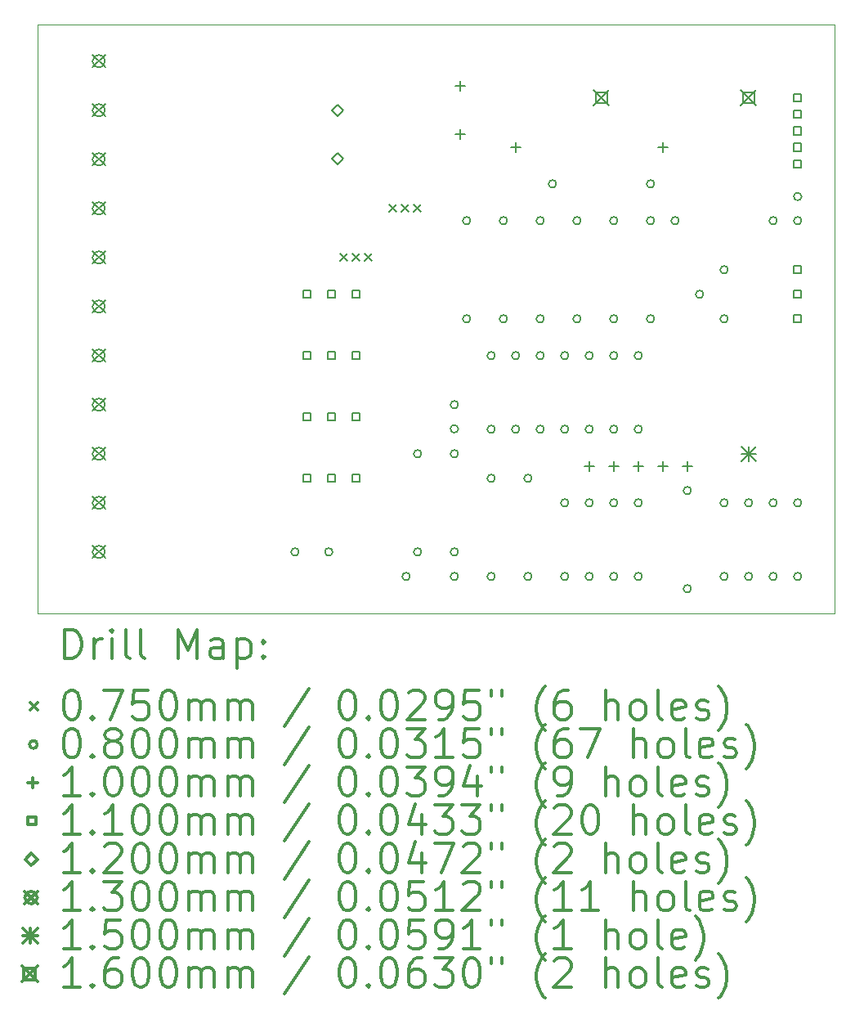
<source format=gbr>
%FSLAX45Y45*%
G04 Gerber Fmt 4.5, Leading zero omitted, Abs format (unit mm)*
G04 Created by KiCad (PCBNEW (5.1.10)-1) date 2021-09-16 20:11:32*
%MOMM*%
%LPD*%
G01*
G04 APERTURE LIST*
%TA.AperFunction,Profile*%
%ADD10C,0.050000*%
%TD*%
%ADD11C,0.200000*%
%ADD12C,0.300000*%
G04 APERTURE END LIST*
D10*
X5969000Y-9271000D02*
X5969000Y-3175000D01*
X14224000Y-9271000D02*
X5969000Y-9271000D01*
X14224000Y-3175000D02*
X14224000Y-9271000D01*
X5969000Y-3175000D02*
X14224000Y-3175000D01*
D11*
X9106500Y-5550500D02*
X9181500Y-5625500D01*
X9181500Y-5550500D02*
X9106500Y-5625500D01*
X9233500Y-5550500D02*
X9308500Y-5625500D01*
X9308500Y-5550500D02*
X9233500Y-5625500D01*
X9360500Y-5550500D02*
X9435500Y-5625500D01*
X9435500Y-5550500D02*
X9360500Y-5625500D01*
X9614500Y-5042500D02*
X9689500Y-5117500D01*
X9689500Y-5042500D02*
X9614500Y-5117500D01*
X9741500Y-5042500D02*
X9816500Y-5117500D01*
X9816500Y-5042500D02*
X9741500Y-5117500D01*
X9868500Y-5042500D02*
X9943500Y-5117500D01*
X9943500Y-5042500D02*
X9868500Y-5117500D01*
X8676000Y-8636000D02*
G75*
G03*
X8676000Y-8636000I-40000J0D01*
G01*
X9026000Y-8636000D02*
G75*
G03*
X9026000Y-8636000I-40000J0D01*
G01*
X9827000Y-8890000D02*
G75*
G03*
X9827000Y-8890000I-40000J0D01*
G01*
X9946000Y-7620000D02*
G75*
G03*
X9946000Y-7620000I-40000J0D01*
G01*
X9946000Y-8636000D02*
G75*
G03*
X9946000Y-8636000I-40000J0D01*
G01*
X10327000Y-7112000D02*
G75*
G03*
X10327000Y-7112000I-40000J0D01*
G01*
X10327000Y-7362000D02*
G75*
G03*
X10327000Y-7362000I-40000J0D01*
G01*
X10327000Y-7620000D02*
G75*
G03*
X10327000Y-7620000I-40000J0D01*
G01*
X10327000Y-8636000D02*
G75*
G03*
X10327000Y-8636000I-40000J0D01*
G01*
X10327000Y-8890000D02*
G75*
G03*
X10327000Y-8890000I-40000J0D01*
G01*
X10454000Y-5207000D02*
G75*
G03*
X10454000Y-5207000I-40000J0D01*
G01*
X10454000Y-6223000D02*
G75*
G03*
X10454000Y-6223000I-40000J0D01*
G01*
X10708000Y-6604000D02*
G75*
G03*
X10708000Y-6604000I-40000J0D01*
G01*
X10708000Y-7366000D02*
G75*
G03*
X10708000Y-7366000I-40000J0D01*
G01*
X10708000Y-7874000D02*
G75*
G03*
X10708000Y-7874000I-40000J0D01*
G01*
X10708000Y-8890000D02*
G75*
G03*
X10708000Y-8890000I-40000J0D01*
G01*
X10835000Y-5207000D02*
G75*
G03*
X10835000Y-5207000I-40000J0D01*
G01*
X10835000Y-6223000D02*
G75*
G03*
X10835000Y-6223000I-40000J0D01*
G01*
X10962000Y-6604000D02*
G75*
G03*
X10962000Y-6604000I-40000J0D01*
G01*
X10962000Y-7366000D02*
G75*
G03*
X10962000Y-7366000I-40000J0D01*
G01*
X11089000Y-7874000D02*
G75*
G03*
X11089000Y-7874000I-40000J0D01*
G01*
X11089000Y-8890000D02*
G75*
G03*
X11089000Y-8890000I-40000J0D01*
G01*
X11216000Y-5207000D02*
G75*
G03*
X11216000Y-5207000I-40000J0D01*
G01*
X11216000Y-6223000D02*
G75*
G03*
X11216000Y-6223000I-40000J0D01*
G01*
X11216000Y-6604000D02*
G75*
G03*
X11216000Y-6604000I-40000J0D01*
G01*
X11216000Y-7366000D02*
G75*
G03*
X11216000Y-7366000I-40000J0D01*
G01*
X11343000Y-4826000D02*
G75*
G03*
X11343000Y-4826000I-40000J0D01*
G01*
X11470000Y-6604000D02*
G75*
G03*
X11470000Y-6604000I-40000J0D01*
G01*
X11470000Y-7366000D02*
G75*
G03*
X11470000Y-7366000I-40000J0D01*
G01*
X11470000Y-8128000D02*
G75*
G03*
X11470000Y-8128000I-40000J0D01*
G01*
X11470000Y-8890000D02*
G75*
G03*
X11470000Y-8890000I-40000J0D01*
G01*
X11597000Y-5207000D02*
G75*
G03*
X11597000Y-5207000I-40000J0D01*
G01*
X11597000Y-6223000D02*
G75*
G03*
X11597000Y-6223000I-40000J0D01*
G01*
X11724000Y-6604000D02*
G75*
G03*
X11724000Y-6604000I-40000J0D01*
G01*
X11724000Y-7366000D02*
G75*
G03*
X11724000Y-7366000I-40000J0D01*
G01*
X11724000Y-8128000D02*
G75*
G03*
X11724000Y-8128000I-40000J0D01*
G01*
X11724000Y-8890000D02*
G75*
G03*
X11724000Y-8890000I-40000J0D01*
G01*
X11978000Y-5207000D02*
G75*
G03*
X11978000Y-5207000I-40000J0D01*
G01*
X11978000Y-6223000D02*
G75*
G03*
X11978000Y-6223000I-40000J0D01*
G01*
X11978000Y-6604000D02*
G75*
G03*
X11978000Y-6604000I-40000J0D01*
G01*
X11978000Y-7366000D02*
G75*
G03*
X11978000Y-7366000I-40000J0D01*
G01*
X11978000Y-8128000D02*
G75*
G03*
X11978000Y-8128000I-40000J0D01*
G01*
X11978000Y-8890000D02*
G75*
G03*
X11978000Y-8890000I-40000J0D01*
G01*
X12232000Y-6604000D02*
G75*
G03*
X12232000Y-6604000I-40000J0D01*
G01*
X12232000Y-7366000D02*
G75*
G03*
X12232000Y-7366000I-40000J0D01*
G01*
X12232000Y-8128000D02*
G75*
G03*
X12232000Y-8128000I-40000J0D01*
G01*
X12232000Y-8890000D02*
G75*
G03*
X12232000Y-8890000I-40000J0D01*
G01*
X12359000Y-4826000D02*
G75*
G03*
X12359000Y-4826000I-40000J0D01*
G01*
X12359000Y-5207000D02*
G75*
G03*
X12359000Y-5207000I-40000J0D01*
G01*
X12359000Y-6223000D02*
G75*
G03*
X12359000Y-6223000I-40000J0D01*
G01*
X12613000Y-5207000D02*
G75*
G03*
X12613000Y-5207000I-40000J0D01*
G01*
X12740000Y-8001000D02*
G75*
G03*
X12740000Y-8001000I-40000J0D01*
G01*
X12740000Y-9017000D02*
G75*
G03*
X12740000Y-9017000I-40000J0D01*
G01*
X12867000Y-5969000D02*
G75*
G03*
X12867000Y-5969000I-40000J0D01*
G01*
X13121000Y-5715000D02*
G75*
G03*
X13121000Y-5715000I-40000J0D01*
G01*
X13121000Y-6223000D02*
G75*
G03*
X13121000Y-6223000I-40000J0D01*
G01*
X13121000Y-8128000D02*
G75*
G03*
X13121000Y-8128000I-40000J0D01*
G01*
X13121000Y-8890000D02*
G75*
G03*
X13121000Y-8890000I-40000J0D01*
G01*
X13375000Y-8128000D02*
G75*
G03*
X13375000Y-8128000I-40000J0D01*
G01*
X13375000Y-8890000D02*
G75*
G03*
X13375000Y-8890000I-40000J0D01*
G01*
X13629000Y-5207000D02*
G75*
G03*
X13629000Y-5207000I-40000J0D01*
G01*
X13629000Y-8128000D02*
G75*
G03*
X13629000Y-8128000I-40000J0D01*
G01*
X13629000Y-8890000D02*
G75*
G03*
X13629000Y-8890000I-40000J0D01*
G01*
X13883000Y-4957000D02*
G75*
G03*
X13883000Y-4957000I-40000J0D01*
G01*
X13883000Y-5207000D02*
G75*
G03*
X13883000Y-5207000I-40000J0D01*
G01*
X13883000Y-8128000D02*
G75*
G03*
X13883000Y-8128000I-40000J0D01*
G01*
X13883000Y-8890000D02*
G75*
G03*
X13883000Y-8890000I-40000J0D01*
G01*
X10350500Y-3760000D02*
X10350500Y-3860000D01*
X10300500Y-3810000D02*
X10400500Y-3810000D01*
X10350500Y-4260000D02*
X10350500Y-4360000D01*
X10300500Y-4310000D02*
X10400500Y-4310000D01*
X10922000Y-4395000D02*
X10922000Y-4495000D01*
X10872000Y-4445000D02*
X10972000Y-4445000D01*
X11684000Y-7697000D02*
X11684000Y-7797000D01*
X11634000Y-7747000D02*
X11734000Y-7747000D01*
X11938000Y-7697000D02*
X11938000Y-7797000D01*
X11888000Y-7747000D02*
X11988000Y-7747000D01*
X12192000Y-7697000D02*
X12192000Y-7797000D01*
X12142000Y-7747000D02*
X12242000Y-7747000D01*
X12446000Y-4395000D02*
X12446000Y-4495000D01*
X12396000Y-4445000D02*
X12496000Y-4445000D01*
X12446000Y-7697000D02*
X12446000Y-7797000D01*
X12396000Y-7747000D02*
X12496000Y-7747000D01*
X12700000Y-7697000D02*
X12700000Y-7797000D01*
X12650000Y-7747000D02*
X12750000Y-7747000D01*
X8801891Y-6007891D02*
X8801891Y-5930109D01*
X8724109Y-5930109D01*
X8724109Y-6007891D01*
X8801891Y-6007891D01*
X8801891Y-6642891D02*
X8801891Y-6565109D01*
X8724109Y-6565109D01*
X8724109Y-6642891D01*
X8801891Y-6642891D01*
X8801891Y-7277891D02*
X8801891Y-7200109D01*
X8724109Y-7200109D01*
X8724109Y-7277891D01*
X8801891Y-7277891D01*
X8801891Y-7912891D02*
X8801891Y-7835109D01*
X8724109Y-7835109D01*
X8724109Y-7912891D01*
X8801891Y-7912891D01*
X9055891Y-6007891D02*
X9055891Y-5930109D01*
X8978109Y-5930109D01*
X8978109Y-6007891D01*
X9055891Y-6007891D01*
X9055891Y-6642891D02*
X9055891Y-6565109D01*
X8978109Y-6565109D01*
X8978109Y-6642891D01*
X9055891Y-6642891D01*
X9055891Y-7277891D02*
X9055891Y-7200109D01*
X8978109Y-7200109D01*
X8978109Y-7277891D01*
X9055891Y-7277891D01*
X9055891Y-7912891D02*
X9055891Y-7835109D01*
X8978109Y-7835109D01*
X8978109Y-7912891D01*
X9055891Y-7912891D01*
X9309891Y-6007891D02*
X9309891Y-5930109D01*
X9232109Y-5930109D01*
X9232109Y-6007891D01*
X9309891Y-6007891D01*
X9309891Y-6642891D02*
X9309891Y-6565109D01*
X9232109Y-6565109D01*
X9232109Y-6642891D01*
X9309891Y-6642891D01*
X9309891Y-7277891D02*
X9309891Y-7200109D01*
X9232109Y-7200109D01*
X9232109Y-7277891D01*
X9309891Y-7277891D01*
X9309891Y-7912891D02*
X9309891Y-7835109D01*
X9232109Y-7835109D01*
X9232109Y-7912891D01*
X9309891Y-7912891D01*
X13881891Y-3975891D02*
X13881891Y-3898109D01*
X13804109Y-3898109D01*
X13804109Y-3975891D01*
X13881891Y-3975891D01*
X13881891Y-4145891D02*
X13881891Y-4068109D01*
X13804109Y-4068109D01*
X13804109Y-4145891D01*
X13881891Y-4145891D01*
X13881891Y-4315891D02*
X13881891Y-4238109D01*
X13804109Y-4238109D01*
X13804109Y-4315891D01*
X13881891Y-4315891D01*
X13881891Y-4485891D02*
X13881891Y-4408109D01*
X13804109Y-4408109D01*
X13804109Y-4485891D01*
X13881891Y-4485891D01*
X13881891Y-4655891D02*
X13881891Y-4578109D01*
X13804109Y-4578109D01*
X13804109Y-4655891D01*
X13881891Y-4655891D01*
X13881891Y-5753891D02*
X13881891Y-5676109D01*
X13804109Y-5676109D01*
X13804109Y-5753891D01*
X13881891Y-5753891D01*
X13881891Y-6007891D02*
X13881891Y-5930109D01*
X13804109Y-5930109D01*
X13804109Y-6007891D01*
X13881891Y-6007891D01*
X13881891Y-6261891D02*
X13881891Y-6184109D01*
X13804109Y-6184109D01*
X13804109Y-6261891D01*
X13881891Y-6261891D01*
X9080500Y-4124000D02*
X9140500Y-4064000D01*
X9080500Y-4004000D01*
X9020500Y-4064000D01*
X9080500Y-4124000D01*
X9080500Y-4624000D02*
X9140500Y-4564000D01*
X9080500Y-4504000D01*
X9020500Y-4564000D01*
X9080500Y-4624000D01*
X6539000Y-3491000D02*
X6669000Y-3621000D01*
X6669000Y-3491000D02*
X6539000Y-3621000D01*
X6669000Y-3556000D02*
G75*
G03*
X6669000Y-3556000I-65000J0D01*
G01*
X6539000Y-3999000D02*
X6669000Y-4129000D01*
X6669000Y-3999000D02*
X6539000Y-4129000D01*
X6669000Y-4064000D02*
G75*
G03*
X6669000Y-4064000I-65000J0D01*
G01*
X6539000Y-4507000D02*
X6669000Y-4637000D01*
X6669000Y-4507000D02*
X6539000Y-4637000D01*
X6669000Y-4572000D02*
G75*
G03*
X6669000Y-4572000I-65000J0D01*
G01*
X6539000Y-5015000D02*
X6669000Y-5145000D01*
X6669000Y-5015000D02*
X6539000Y-5145000D01*
X6669000Y-5080000D02*
G75*
G03*
X6669000Y-5080000I-65000J0D01*
G01*
X6539000Y-5523000D02*
X6669000Y-5653000D01*
X6669000Y-5523000D02*
X6539000Y-5653000D01*
X6669000Y-5588000D02*
G75*
G03*
X6669000Y-5588000I-65000J0D01*
G01*
X6539000Y-6031000D02*
X6669000Y-6161000D01*
X6669000Y-6031000D02*
X6539000Y-6161000D01*
X6669000Y-6096000D02*
G75*
G03*
X6669000Y-6096000I-65000J0D01*
G01*
X6539000Y-6539000D02*
X6669000Y-6669000D01*
X6669000Y-6539000D02*
X6539000Y-6669000D01*
X6669000Y-6604000D02*
G75*
G03*
X6669000Y-6604000I-65000J0D01*
G01*
X6539000Y-7047000D02*
X6669000Y-7177000D01*
X6669000Y-7047000D02*
X6539000Y-7177000D01*
X6669000Y-7112000D02*
G75*
G03*
X6669000Y-7112000I-65000J0D01*
G01*
X6539000Y-7555000D02*
X6669000Y-7685000D01*
X6669000Y-7555000D02*
X6539000Y-7685000D01*
X6669000Y-7620000D02*
G75*
G03*
X6669000Y-7620000I-65000J0D01*
G01*
X6539000Y-8063000D02*
X6669000Y-8193000D01*
X6669000Y-8063000D02*
X6539000Y-8193000D01*
X6669000Y-8128000D02*
G75*
G03*
X6669000Y-8128000I-65000J0D01*
G01*
X6539000Y-8571000D02*
X6669000Y-8701000D01*
X6669000Y-8571000D02*
X6539000Y-8701000D01*
X6669000Y-8636000D02*
G75*
G03*
X6669000Y-8636000I-65000J0D01*
G01*
X13260000Y-7545000D02*
X13410000Y-7695000D01*
X13410000Y-7545000D02*
X13260000Y-7695000D01*
X13335000Y-7545000D02*
X13335000Y-7695000D01*
X13260000Y-7620000D02*
X13410000Y-7620000D01*
X11731000Y-3857000D02*
X11891000Y-4017000D01*
X11891000Y-3857000D02*
X11731000Y-4017000D01*
X11867569Y-3993569D02*
X11867569Y-3880431D01*
X11754431Y-3880431D01*
X11754431Y-3993569D01*
X11867569Y-3993569D01*
X13255000Y-3857000D02*
X13415000Y-4017000D01*
X13415000Y-3857000D02*
X13255000Y-4017000D01*
X13391569Y-3993569D02*
X13391569Y-3880431D01*
X13278431Y-3880431D01*
X13278431Y-3993569D01*
X13391569Y-3993569D01*
D12*
X6252928Y-9739214D02*
X6252928Y-9439214D01*
X6324357Y-9439214D01*
X6367214Y-9453500D01*
X6395786Y-9482072D01*
X6410071Y-9510643D01*
X6424357Y-9567786D01*
X6424357Y-9610643D01*
X6410071Y-9667786D01*
X6395786Y-9696357D01*
X6367214Y-9724929D01*
X6324357Y-9739214D01*
X6252928Y-9739214D01*
X6552928Y-9739214D02*
X6552928Y-9539214D01*
X6552928Y-9596357D02*
X6567214Y-9567786D01*
X6581500Y-9553500D01*
X6610071Y-9539214D01*
X6638643Y-9539214D01*
X6738643Y-9739214D02*
X6738643Y-9539214D01*
X6738643Y-9439214D02*
X6724357Y-9453500D01*
X6738643Y-9467786D01*
X6752928Y-9453500D01*
X6738643Y-9439214D01*
X6738643Y-9467786D01*
X6924357Y-9739214D02*
X6895786Y-9724929D01*
X6881500Y-9696357D01*
X6881500Y-9439214D01*
X7081500Y-9739214D02*
X7052928Y-9724929D01*
X7038643Y-9696357D01*
X7038643Y-9439214D01*
X7424357Y-9739214D02*
X7424357Y-9439214D01*
X7524357Y-9653500D01*
X7624357Y-9439214D01*
X7624357Y-9739214D01*
X7895786Y-9739214D02*
X7895786Y-9582072D01*
X7881500Y-9553500D01*
X7852928Y-9539214D01*
X7795786Y-9539214D01*
X7767214Y-9553500D01*
X7895786Y-9724929D02*
X7867214Y-9739214D01*
X7795786Y-9739214D01*
X7767214Y-9724929D01*
X7752928Y-9696357D01*
X7752928Y-9667786D01*
X7767214Y-9639214D01*
X7795786Y-9624929D01*
X7867214Y-9624929D01*
X7895786Y-9610643D01*
X8038643Y-9539214D02*
X8038643Y-9839214D01*
X8038643Y-9553500D02*
X8067214Y-9539214D01*
X8124357Y-9539214D01*
X8152928Y-9553500D01*
X8167214Y-9567786D01*
X8181500Y-9596357D01*
X8181500Y-9682072D01*
X8167214Y-9710643D01*
X8152928Y-9724929D01*
X8124357Y-9739214D01*
X8067214Y-9739214D01*
X8038643Y-9724929D01*
X8310071Y-9710643D02*
X8324357Y-9724929D01*
X8310071Y-9739214D01*
X8295786Y-9724929D01*
X8310071Y-9710643D01*
X8310071Y-9739214D01*
X8310071Y-9553500D02*
X8324357Y-9567786D01*
X8310071Y-9582072D01*
X8295786Y-9567786D01*
X8310071Y-9553500D01*
X8310071Y-9582072D01*
X5891500Y-10196000D02*
X5966500Y-10271000D01*
X5966500Y-10196000D02*
X5891500Y-10271000D01*
X6310071Y-10069214D02*
X6338643Y-10069214D01*
X6367214Y-10083500D01*
X6381500Y-10097786D01*
X6395786Y-10126357D01*
X6410071Y-10183500D01*
X6410071Y-10254929D01*
X6395786Y-10312072D01*
X6381500Y-10340643D01*
X6367214Y-10354929D01*
X6338643Y-10369214D01*
X6310071Y-10369214D01*
X6281500Y-10354929D01*
X6267214Y-10340643D01*
X6252928Y-10312072D01*
X6238643Y-10254929D01*
X6238643Y-10183500D01*
X6252928Y-10126357D01*
X6267214Y-10097786D01*
X6281500Y-10083500D01*
X6310071Y-10069214D01*
X6538643Y-10340643D02*
X6552928Y-10354929D01*
X6538643Y-10369214D01*
X6524357Y-10354929D01*
X6538643Y-10340643D01*
X6538643Y-10369214D01*
X6652928Y-10069214D02*
X6852928Y-10069214D01*
X6724357Y-10369214D01*
X7110071Y-10069214D02*
X6967214Y-10069214D01*
X6952928Y-10212072D01*
X6967214Y-10197786D01*
X6995786Y-10183500D01*
X7067214Y-10183500D01*
X7095786Y-10197786D01*
X7110071Y-10212072D01*
X7124357Y-10240643D01*
X7124357Y-10312072D01*
X7110071Y-10340643D01*
X7095786Y-10354929D01*
X7067214Y-10369214D01*
X6995786Y-10369214D01*
X6967214Y-10354929D01*
X6952928Y-10340643D01*
X7310071Y-10069214D02*
X7338643Y-10069214D01*
X7367214Y-10083500D01*
X7381500Y-10097786D01*
X7395786Y-10126357D01*
X7410071Y-10183500D01*
X7410071Y-10254929D01*
X7395786Y-10312072D01*
X7381500Y-10340643D01*
X7367214Y-10354929D01*
X7338643Y-10369214D01*
X7310071Y-10369214D01*
X7281500Y-10354929D01*
X7267214Y-10340643D01*
X7252928Y-10312072D01*
X7238643Y-10254929D01*
X7238643Y-10183500D01*
X7252928Y-10126357D01*
X7267214Y-10097786D01*
X7281500Y-10083500D01*
X7310071Y-10069214D01*
X7538643Y-10369214D02*
X7538643Y-10169214D01*
X7538643Y-10197786D02*
X7552928Y-10183500D01*
X7581500Y-10169214D01*
X7624357Y-10169214D01*
X7652928Y-10183500D01*
X7667214Y-10212072D01*
X7667214Y-10369214D01*
X7667214Y-10212072D02*
X7681500Y-10183500D01*
X7710071Y-10169214D01*
X7752928Y-10169214D01*
X7781500Y-10183500D01*
X7795786Y-10212072D01*
X7795786Y-10369214D01*
X7938643Y-10369214D02*
X7938643Y-10169214D01*
X7938643Y-10197786D02*
X7952928Y-10183500D01*
X7981500Y-10169214D01*
X8024357Y-10169214D01*
X8052928Y-10183500D01*
X8067214Y-10212072D01*
X8067214Y-10369214D01*
X8067214Y-10212072D02*
X8081500Y-10183500D01*
X8110071Y-10169214D01*
X8152928Y-10169214D01*
X8181500Y-10183500D01*
X8195786Y-10212072D01*
X8195786Y-10369214D01*
X8781500Y-10054929D02*
X8524357Y-10440643D01*
X9167214Y-10069214D02*
X9195786Y-10069214D01*
X9224357Y-10083500D01*
X9238643Y-10097786D01*
X9252928Y-10126357D01*
X9267214Y-10183500D01*
X9267214Y-10254929D01*
X9252928Y-10312072D01*
X9238643Y-10340643D01*
X9224357Y-10354929D01*
X9195786Y-10369214D01*
X9167214Y-10369214D01*
X9138643Y-10354929D01*
X9124357Y-10340643D01*
X9110071Y-10312072D01*
X9095786Y-10254929D01*
X9095786Y-10183500D01*
X9110071Y-10126357D01*
X9124357Y-10097786D01*
X9138643Y-10083500D01*
X9167214Y-10069214D01*
X9395786Y-10340643D02*
X9410071Y-10354929D01*
X9395786Y-10369214D01*
X9381500Y-10354929D01*
X9395786Y-10340643D01*
X9395786Y-10369214D01*
X9595786Y-10069214D02*
X9624357Y-10069214D01*
X9652928Y-10083500D01*
X9667214Y-10097786D01*
X9681500Y-10126357D01*
X9695786Y-10183500D01*
X9695786Y-10254929D01*
X9681500Y-10312072D01*
X9667214Y-10340643D01*
X9652928Y-10354929D01*
X9624357Y-10369214D01*
X9595786Y-10369214D01*
X9567214Y-10354929D01*
X9552928Y-10340643D01*
X9538643Y-10312072D01*
X9524357Y-10254929D01*
X9524357Y-10183500D01*
X9538643Y-10126357D01*
X9552928Y-10097786D01*
X9567214Y-10083500D01*
X9595786Y-10069214D01*
X9810071Y-10097786D02*
X9824357Y-10083500D01*
X9852928Y-10069214D01*
X9924357Y-10069214D01*
X9952928Y-10083500D01*
X9967214Y-10097786D01*
X9981500Y-10126357D01*
X9981500Y-10154929D01*
X9967214Y-10197786D01*
X9795786Y-10369214D01*
X9981500Y-10369214D01*
X10124357Y-10369214D02*
X10181500Y-10369214D01*
X10210071Y-10354929D01*
X10224357Y-10340643D01*
X10252928Y-10297786D01*
X10267214Y-10240643D01*
X10267214Y-10126357D01*
X10252928Y-10097786D01*
X10238643Y-10083500D01*
X10210071Y-10069214D01*
X10152928Y-10069214D01*
X10124357Y-10083500D01*
X10110071Y-10097786D01*
X10095786Y-10126357D01*
X10095786Y-10197786D01*
X10110071Y-10226357D01*
X10124357Y-10240643D01*
X10152928Y-10254929D01*
X10210071Y-10254929D01*
X10238643Y-10240643D01*
X10252928Y-10226357D01*
X10267214Y-10197786D01*
X10538643Y-10069214D02*
X10395786Y-10069214D01*
X10381500Y-10212072D01*
X10395786Y-10197786D01*
X10424357Y-10183500D01*
X10495786Y-10183500D01*
X10524357Y-10197786D01*
X10538643Y-10212072D01*
X10552928Y-10240643D01*
X10552928Y-10312072D01*
X10538643Y-10340643D01*
X10524357Y-10354929D01*
X10495786Y-10369214D01*
X10424357Y-10369214D01*
X10395786Y-10354929D01*
X10381500Y-10340643D01*
X10667214Y-10069214D02*
X10667214Y-10126357D01*
X10781500Y-10069214D02*
X10781500Y-10126357D01*
X11224357Y-10483500D02*
X11210071Y-10469214D01*
X11181500Y-10426357D01*
X11167214Y-10397786D01*
X11152928Y-10354929D01*
X11138643Y-10283500D01*
X11138643Y-10226357D01*
X11152928Y-10154929D01*
X11167214Y-10112072D01*
X11181500Y-10083500D01*
X11210071Y-10040643D01*
X11224357Y-10026357D01*
X11467214Y-10069214D02*
X11410071Y-10069214D01*
X11381500Y-10083500D01*
X11367214Y-10097786D01*
X11338643Y-10140643D01*
X11324357Y-10197786D01*
X11324357Y-10312072D01*
X11338643Y-10340643D01*
X11352928Y-10354929D01*
X11381500Y-10369214D01*
X11438643Y-10369214D01*
X11467214Y-10354929D01*
X11481500Y-10340643D01*
X11495786Y-10312072D01*
X11495786Y-10240643D01*
X11481500Y-10212072D01*
X11467214Y-10197786D01*
X11438643Y-10183500D01*
X11381500Y-10183500D01*
X11352928Y-10197786D01*
X11338643Y-10212072D01*
X11324357Y-10240643D01*
X11852928Y-10369214D02*
X11852928Y-10069214D01*
X11981500Y-10369214D02*
X11981500Y-10212072D01*
X11967214Y-10183500D01*
X11938643Y-10169214D01*
X11895786Y-10169214D01*
X11867214Y-10183500D01*
X11852928Y-10197786D01*
X12167214Y-10369214D02*
X12138643Y-10354929D01*
X12124357Y-10340643D01*
X12110071Y-10312072D01*
X12110071Y-10226357D01*
X12124357Y-10197786D01*
X12138643Y-10183500D01*
X12167214Y-10169214D01*
X12210071Y-10169214D01*
X12238643Y-10183500D01*
X12252928Y-10197786D01*
X12267214Y-10226357D01*
X12267214Y-10312072D01*
X12252928Y-10340643D01*
X12238643Y-10354929D01*
X12210071Y-10369214D01*
X12167214Y-10369214D01*
X12438643Y-10369214D02*
X12410071Y-10354929D01*
X12395786Y-10326357D01*
X12395786Y-10069214D01*
X12667214Y-10354929D02*
X12638643Y-10369214D01*
X12581500Y-10369214D01*
X12552928Y-10354929D01*
X12538643Y-10326357D01*
X12538643Y-10212072D01*
X12552928Y-10183500D01*
X12581500Y-10169214D01*
X12638643Y-10169214D01*
X12667214Y-10183500D01*
X12681500Y-10212072D01*
X12681500Y-10240643D01*
X12538643Y-10269214D01*
X12795786Y-10354929D02*
X12824357Y-10369214D01*
X12881500Y-10369214D01*
X12910071Y-10354929D01*
X12924357Y-10326357D01*
X12924357Y-10312072D01*
X12910071Y-10283500D01*
X12881500Y-10269214D01*
X12838643Y-10269214D01*
X12810071Y-10254929D01*
X12795786Y-10226357D01*
X12795786Y-10212072D01*
X12810071Y-10183500D01*
X12838643Y-10169214D01*
X12881500Y-10169214D01*
X12910071Y-10183500D01*
X13024357Y-10483500D02*
X13038643Y-10469214D01*
X13067214Y-10426357D01*
X13081500Y-10397786D01*
X13095786Y-10354929D01*
X13110071Y-10283500D01*
X13110071Y-10226357D01*
X13095786Y-10154929D01*
X13081500Y-10112072D01*
X13067214Y-10083500D01*
X13038643Y-10040643D01*
X13024357Y-10026357D01*
X5966500Y-10629500D02*
G75*
G03*
X5966500Y-10629500I-40000J0D01*
G01*
X6310071Y-10465214D02*
X6338643Y-10465214D01*
X6367214Y-10479500D01*
X6381500Y-10493786D01*
X6395786Y-10522357D01*
X6410071Y-10579500D01*
X6410071Y-10650929D01*
X6395786Y-10708072D01*
X6381500Y-10736643D01*
X6367214Y-10750929D01*
X6338643Y-10765214D01*
X6310071Y-10765214D01*
X6281500Y-10750929D01*
X6267214Y-10736643D01*
X6252928Y-10708072D01*
X6238643Y-10650929D01*
X6238643Y-10579500D01*
X6252928Y-10522357D01*
X6267214Y-10493786D01*
X6281500Y-10479500D01*
X6310071Y-10465214D01*
X6538643Y-10736643D02*
X6552928Y-10750929D01*
X6538643Y-10765214D01*
X6524357Y-10750929D01*
X6538643Y-10736643D01*
X6538643Y-10765214D01*
X6724357Y-10593786D02*
X6695786Y-10579500D01*
X6681500Y-10565214D01*
X6667214Y-10536643D01*
X6667214Y-10522357D01*
X6681500Y-10493786D01*
X6695786Y-10479500D01*
X6724357Y-10465214D01*
X6781500Y-10465214D01*
X6810071Y-10479500D01*
X6824357Y-10493786D01*
X6838643Y-10522357D01*
X6838643Y-10536643D01*
X6824357Y-10565214D01*
X6810071Y-10579500D01*
X6781500Y-10593786D01*
X6724357Y-10593786D01*
X6695786Y-10608072D01*
X6681500Y-10622357D01*
X6667214Y-10650929D01*
X6667214Y-10708072D01*
X6681500Y-10736643D01*
X6695786Y-10750929D01*
X6724357Y-10765214D01*
X6781500Y-10765214D01*
X6810071Y-10750929D01*
X6824357Y-10736643D01*
X6838643Y-10708072D01*
X6838643Y-10650929D01*
X6824357Y-10622357D01*
X6810071Y-10608072D01*
X6781500Y-10593786D01*
X7024357Y-10465214D02*
X7052928Y-10465214D01*
X7081500Y-10479500D01*
X7095786Y-10493786D01*
X7110071Y-10522357D01*
X7124357Y-10579500D01*
X7124357Y-10650929D01*
X7110071Y-10708072D01*
X7095786Y-10736643D01*
X7081500Y-10750929D01*
X7052928Y-10765214D01*
X7024357Y-10765214D01*
X6995786Y-10750929D01*
X6981500Y-10736643D01*
X6967214Y-10708072D01*
X6952928Y-10650929D01*
X6952928Y-10579500D01*
X6967214Y-10522357D01*
X6981500Y-10493786D01*
X6995786Y-10479500D01*
X7024357Y-10465214D01*
X7310071Y-10465214D02*
X7338643Y-10465214D01*
X7367214Y-10479500D01*
X7381500Y-10493786D01*
X7395786Y-10522357D01*
X7410071Y-10579500D01*
X7410071Y-10650929D01*
X7395786Y-10708072D01*
X7381500Y-10736643D01*
X7367214Y-10750929D01*
X7338643Y-10765214D01*
X7310071Y-10765214D01*
X7281500Y-10750929D01*
X7267214Y-10736643D01*
X7252928Y-10708072D01*
X7238643Y-10650929D01*
X7238643Y-10579500D01*
X7252928Y-10522357D01*
X7267214Y-10493786D01*
X7281500Y-10479500D01*
X7310071Y-10465214D01*
X7538643Y-10765214D02*
X7538643Y-10565214D01*
X7538643Y-10593786D02*
X7552928Y-10579500D01*
X7581500Y-10565214D01*
X7624357Y-10565214D01*
X7652928Y-10579500D01*
X7667214Y-10608072D01*
X7667214Y-10765214D01*
X7667214Y-10608072D02*
X7681500Y-10579500D01*
X7710071Y-10565214D01*
X7752928Y-10565214D01*
X7781500Y-10579500D01*
X7795786Y-10608072D01*
X7795786Y-10765214D01*
X7938643Y-10765214D02*
X7938643Y-10565214D01*
X7938643Y-10593786D02*
X7952928Y-10579500D01*
X7981500Y-10565214D01*
X8024357Y-10565214D01*
X8052928Y-10579500D01*
X8067214Y-10608072D01*
X8067214Y-10765214D01*
X8067214Y-10608072D02*
X8081500Y-10579500D01*
X8110071Y-10565214D01*
X8152928Y-10565214D01*
X8181500Y-10579500D01*
X8195786Y-10608072D01*
X8195786Y-10765214D01*
X8781500Y-10450929D02*
X8524357Y-10836643D01*
X9167214Y-10465214D02*
X9195786Y-10465214D01*
X9224357Y-10479500D01*
X9238643Y-10493786D01*
X9252928Y-10522357D01*
X9267214Y-10579500D01*
X9267214Y-10650929D01*
X9252928Y-10708072D01*
X9238643Y-10736643D01*
X9224357Y-10750929D01*
X9195786Y-10765214D01*
X9167214Y-10765214D01*
X9138643Y-10750929D01*
X9124357Y-10736643D01*
X9110071Y-10708072D01*
X9095786Y-10650929D01*
X9095786Y-10579500D01*
X9110071Y-10522357D01*
X9124357Y-10493786D01*
X9138643Y-10479500D01*
X9167214Y-10465214D01*
X9395786Y-10736643D02*
X9410071Y-10750929D01*
X9395786Y-10765214D01*
X9381500Y-10750929D01*
X9395786Y-10736643D01*
X9395786Y-10765214D01*
X9595786Y-10465214D02*
X9624357Y-10465214D01*
X9652928Y-10479500D01*
X9667214Y-10493786D01*
X9681500Y-10522357D01*
X9695786Y-10579500D01*
X9695786Y-10650929D01*
X9681500Y-10708072D01*
X9667214Y-10736643D01*
X9652928Y-10750929D01*
X9624357Y-10765214D01*
X9595786Y-10765214D01*
X9567214Y-10750929D01*
X9552928Y-10736643D01*
X9538643Y-10708072D01*
X9524357Y-10650929D01*
X9524357Y-10579500D01*
X9538643Y-10522357D01*
X9552928Y-10493786D01*
X9567214Y-10479500D01*
X9595786Y-10465214D01*
X9795786Y-10465214D02*
X9981500Y-10465214D01*
X9881500Y-10579500D01*
X9924357Y-10579500D01*
X9952928Y-10593786D01*
X9967214Y-10608072D01*
X9981500Y-10636643D01*
X9981500Y-10708072D01*
X9967214Y-10736643D01*
X9952928Y-10750929D01*
X9924357Y-10765214D01*
X9838643Y-10765214D01*
X9810071Y-10750929D01*
X9795786Y-10736643D01*
X10267214Y-10765214D02*
X10095786Y-10765214D01*
X10181500Y-10765214D02*
X10181500Y-10465214D01*
X10152928Y-10508072D01*
X10124357Y-10536643D01*
X10095786Y-10550929D01*
X10538643Y-10465214D02*
X10395786Y-10465214D01*
X10381500Y-10608072D01*
X10395786Y-10593786D01*
X10424357Y-10579500D01*
X10495786Y-10579500D01*
X10524357Y-10593786D01*
X10538643Y-10608072D01*
X10552928Y-10636643D01*
X10552928Y-10708072D01*
X10538643Y-10736643D01*
X10524357Y-10750929D01*
X10495786Y-10765214D01*
X10424357Y-10765214D01*
X10395786Y-10750929D01*
X10381500Y-10736643D01*
X10667214Y-10465214D02*
X10667214Y-10522357D01*
X10781500Y-10465214D02*
X10781500Y-10522357D01*
X11224357Y-10879500D02*
X11210071Y-10865214D01*
X11181500Y-10822357D01*
X11167214Y-10793786D01*
X11152928Y-10750929D01*
X11138643Y-10679500D01*
X11138643Y-10622357D01*
X11152928Y-10550929D01*
X11167214Y-10508072D01*
X11181500Y-10479500D01*
X11210071Y-10436643D01*
X11224357Y-10422357D01*
X11467214Y-10465214D02*
X11410071Y-10465214D01*
X11381500Y-10479500D01*
X11367214Y-10493786D01*
X11338643Y-10536643D01*
X11324357Y-10593786D01*
X11324357Y-10708072D01*
X11338643Y-10736643D01*
X11352928Y-10750929D01*
X11381500Y-10765214D01*
X11438643Y-10765214D01*
X11467214Y-10750929D01*
X11481500Y-10736643D01*
X11495786Y-10708072D01*
X11495786Y-10636643D01*
X11481500Y-10608072D01*
X11467214Y-10593786D01*
X11438643Y-10579500D01*
X11381500Y-10579500D01*
X11352928Y-10593786D01*
X11338643Y-10608072D01*
X11324357Y-10636643D01*
X11595786Y-10465214D02*
X11795786Y-10465214D01*
X11667214Y-10765214D01*
X12138643Y-10765214D02*
X12138643Y-10465214D01*
X12267214Y-10765214D02*
X12267214Y-10608072D01*
X12252928Y-10579500D01*
X12224357Y-10565214D01*
X12181500Y-10565214D01*
X12152928Y-10579500D01*
X12138643Y-10593786D01*
X12452928Y-10765214D02*
X12424357Y-10750929D01*
X12410071Y-10736643D01*
X12395786Y-10708072D01*
X12395786Y-10622357D01*
X12410071Y-10593786D01*
X12424357Y-10579500D01*
X12452928Y-10565214D01*
X12495786Y-10565214D01*
X12524357Y-10579500D01*
X12538643Y-10593786D01*
X12552928Y-10622357D01*
X12552928Y-10708072D01*
X12538643Y-10736643D01*
X12524357Y-10750929D01*
X12495786Y-10765214D01*
X12452928Y-10765214D01*
X12724357Y-10765214D02*
X12695786Y-10750929D01*
X12681500Y-10722357D01*
X12681500Y-10465214D01*
X12952928Y-10750929D02*
X12924357Y-10765214D01*
X12867214Y-10765214D01*
X12838643Y-10750929D01*
X12824357Y-10722357D01*
X12824357Y-10608072D01*
X12838643Y-10579500D01*
X12867214Y-10565214D01*
X12924357Y-10565214D01*
X12952928Y-10579500D01*
X12967214Y-10608072D01*
X12967214Y-10636643D01*
X12824357Y-10665214D01*
X13081500Y-10750929D02*
X13110071Y-10765214D01*
X13167214Y-10765214D01*
X13195786Y-10750929D01*
X13210071Y-10722357D01*
X13210071Y-10708072D01*
X13195786Y-10679500D01*
X13167214Y-10665214D01*
X13124357Y-10665214D01*
X13095786Y-10650929D01*
X13081500Y-10622357D01*
X13081500Y-10608072D01*
X13095786Y-10579500D01*
X13124357Y-10565214D01*
X13167214Y-10565214D01*
X13195786Y-10579500D01*
X13310071Y-10879500D02*
X13324357Y-10865214D01*
X13352928Y-10822357D01*
X13367214Y-10793786D01*
X13381500Y-10750929D01*
X13395786Y-10679500D01*
X13395786Y-10622357D01*
X13381500Y-10550929D01*
X13367214Y-10508072D01*
X13352928Y-10479500D01*
X13324357Y-10436643D01*
X13310071Y-10422357D01*
X5916500Y-10975500D02*
X5916500Y-11075500D01*
X5866500Y-11025500D02*
X5966500Y-11025500D01*
X6410071Y-11161214D02*
X6238643Y-11161214D01*
X6324357Y-11161214D02*
X6324357Y-10861214D01*
X6295786Y-10904072D01*
X6267214Y-10932643D01*
X6238643Y-10946929D01*
X6538643Y-11132643D02*
X6552928Y-11146929D01*
X6538643Y-11161214D01*
X6524357Y-11146929D01*
X6538643Y-11132643D01*
X6538643Y-11161214D01*
X6738643Y-10861214D02*
X6767214Y-10861214D01*
X6795786Y-10875500D01*
X6810071Y-10889786D01*
X6824357Y-10918357D01*
X6838643Y-10975500D01*
X6838643Y-11046929D01*
X6824357Y-11104072D01*
X6810071Y-11132643D01*
X6795786Y-11146929D01*
X6767214Y-11161214D01*
X6738643Y-11161214D01*
X6710071Y-11146929D01*
X6695786Y-11132643D01*
X6681500Y-11104072D01*
X6667214Y-11046929D01*
X6667214Y-10975500D01*
X6681500Y-10918357D01*
X6695786Y-10889786D01*
X6710071Y-10875500D01*
X6738643Y-10861214D01*
X7024357Y-10861214D02*
X7052928Y-10861214D01*
X7081500Y-10875500D01*
X7095786Y-10889786D01*
X7110071Y-10918357D01*
X7124357Y-10975500D01*
X7124357Y-11046929D01*
X7110071Y-11104072D01*
X7095786Y-11132643D01*
X7081500Y-11146929D01*
X7052928Y-11161214D01*
X7024357Y-11161214D01*
X6995786Y-11146929D01*
X6981500Y-11132643D01*
X6967214Y-11104072D01*
X6952928Y-11046929D01*
X6952928Y-10975500D01*
X6967214Y-10918357D01*
X6981500Y-10889786D01*
X6995786Y-10875500D01*
X7024357Y-10861214D01*
X7310071Y-10861214D02*
X7338643Y-10861214D01*
X7367214Y-10875500D01*
X7381500Y-10889786D01*
X7395786Y-10918357D01*
X7410071Y-10975500D01*
X7410071Y-11046929D01*
X7395786Y-11104072D01*
X7381500Y-11132643D01*
X7367214Y-11146929D01*
X7338643Y-11161214D01*
X7310071Y-11161214D01*
X7281500Y-11146929D01*
X7267214Y-11132643D01*
X7252928Y-11104072D01*
X7238643Y-11046929D01*
X7238643Y-10975500D01*
X7252928Y-10918357D01*
X7267214Y-10889786D01*
X7281500Y-10875500D01*
X7310071Y-10861214D01*
X7538643Y-11161214D02*
X7538643Y-10961214D01*
X7538643Y-10989786D02*
X7552928Y-10975500D01*
X7581500Y-10961214D01*
X7624357Y-10961214D01*
X7652928Y-10975500D01*
X7667214Y-11004072D01*
X7667214Y-11161214D01*
X7667214Y-11004072D02*
X7681500Y-10975500D01*
X7710071Y-10961214D01*
X7752928Y-10961214D01*
X7781500Y-10975500D01*
X7795786Y-11004072D01*
X7795786Y-11161214D01*
X7938643Y-11161214D02*
X7938643Y-10961214D01*
X7938643Y-10989786D02*
X7952928Y-10975500D01*
X7981500Y-10961214D01*
X8024357Y-10961214D01*
X8052928Y-10975500D01*
X8067214Y-11004072D01*
X8067214Y-11161214D01*
X8067214Y-11004072D02*
X8081500Y-10975500D01*
X8110071Y-10961214D01*
X8152928Y-10961214D01*
X8181500Y-10975500D01*
X8195786Y-11004072D01*
X8195786Y-11161214D01*
X8781500Y-10846929D02*
X8524357Y-11232643D01*
X9167214Y-10861214D02*
X9195786Y-10861214D01*
X9224357Y-10875500D01*
X9238643Y-10889786D01*
X9252928Y-10918357D01*
X9267214Y-10975500D01*
X9267214Y-11046929D01*
X9252928Y-11104072D01*
X9238643Y-11132643D01*
X9224357Y-11146929D01*
X9195786Y-11161214D01*
X9167214Y-11161214D01*
X9138643Y-11146929D01*
X9124357Y-11132643D01*
X9110071Y-11104072D01*
X9095786Y-11046929D01*
X9095786Y-10975500D01*
X9110071Y-10918357D01*
X9124357Y-10889786D01*
X9138643Y-10875500D01*
X9167214Y-10861214D01*
X9395786Y-11132643D02*
X9410071Y-11146929D01*
X9395786Y-11161214D01*
X9381500Y-11146929D01*
X9395786Y-11132643D01*
X9395786Y-11161214D01*
X9595786Y-10861214D02*
X9624357Y-10861214D01*
X9652928Y-10875500D01*
X9667214Y-10889786D01*
X9681500Y-10918357D01*
X9695786Y-10975500D01*
X9695786Y-11046929D01*
X9681500Y-11104072D01*
X9667214Y-11132643D01*
X9652928Y-11146929D01*
X9624357Y-11161214D01*
X9595786Y-11161214D01*
X9567214Y-11146929D01*
X9552928Y-11132643D01*
X9538643Y-11104072D01*
X9524357Y-11046929D01*
X9524357Y-10975500D01*
X9538643Y-10918357D01*
X9552928Y-10889786D01*
X9567214Y-10875500D01*
X9595786Y-10861214D01*
X9795786Y-10861214D02*
X9981500Y-10861214D01*
X9881500Y-10975500D01*
X9924357Y-10975500D01*
X9952928Y-10989786D01*
X9967214Y-11004072D01*
X9981500Y-11032643D01*
X9981500Y-11104072D01*
X9967214Y-11132643D01*
X9952928Y-11146929D01*
X9924357Y-11161214D01*
X9838643Y-11161214D01*
X9810071Y-11146929D01*
X9795786Y-11132643D01*
X10124357Y-11161214D02*
X10181500Y-11161214D01*
X10210071Y-11146929D01*
X10224357Y-11132643D01*
X10252928Y-11089786D01*
X10267214Y-11032643D01*
X10267214Y-10918357D01*
X10252928Y-10889786D01*
X10238643Y-10875500D01*
X10210071Y-10861214D01*
X10152928Y-10861214D01*
X10124357Y-10875500D01*
X10110071Y-10889786D01*
X10095786Y-10918357D01*
X10095786Y-10989786D01*
X10110071Y-11018357D01*
X10124357Y-11032643D01*
X10152928Y-11046929D01*
X10210071Y-11046929D01*
X10238643Y-11032643D01*
X10252928Y-11018357D01*
X10267214Y-10989786D01*
X10524357Y-10961214D02*
X10524357Y-11161214D01*
X10452928Y-10846929D02*
X10381500Y-11061214D01*
X10567214Y-11061214D01*
X10667214Y-10861214D02*
X10667214Y-10918357D01*
X10781500Y-10861214D02*
X10781500Y-10918357D01*
X11224357Y-11275500D02*
X11210071Y-11261214D01*
X11181500Y-11218357D01*
X11167214Y-11189786D01*
X11152928Y-11146929D01*
X11138643Y-11075500D01*
X11138643Y-11018357D01*
X11152928Y-10946929D01*
X11167214Y-10904072D01*
X11181500Y-10875500D01*
X11210071Y-10832643D01*
X11224357Y-10818357D01*
X11352928Y-11161214D02*
X11410071Y-11161214D01*
X11438643Y-11146929D01*
X11452928Y-11132643D01*
X11481500Y-11089786D01*
X11495786Y-11032643D01*
X11495786Y-10918357D01*
X11481500Y-10889786D01*
X11467214Y-10875500D01*
X11438643Y-10861214D01*
X11381500Y-10861214D01*
X11352928Y-10875500D01*
X11338643Y-10889786D01*
X11324357Y-10918357D01*
X11324357Y-10989786D01*
X11338643Y-11018357D01*
X11352928Y-11032643D01*
X11381500Y-11046929D01*
X11438643Y-11046929D01*
X11467214Y-11032643D01*
X11481500Y-11018357D01*
X11495786Y-10989786D01*
X11852928Y-11161214D02*
X11852928Y-10861214D01*
X11981500Y-11161214D02*
X11981500Y-11004072D01*
X11967214Y-10975500D01*
X11938643Y-10961214D01*
X11895786Y-10961214D01*
X11867214Y-10975500D01*
X11852928Y-10989786D01*
X12167214Y-11161214D02*
X12138643Y-11146929D01*
X12124357Y-11132643D01*
X12110071Y-11104072D01*
X12110071Y-11018357D01*
X12124357Y-10989786D01*
X12138643Y-10975500D01*
X12167214Y-10961214D01*
X12210071Y-10961214D01*
X12238643Y-10975500D01*
X12252928Y-10989786D01*
X12267214Y-11018357D01*
X12267214Y-11104072D01*
X12252928Y-11132643D01*
X12238643Y-11146929D01*
X12210071Y-11161214D01*
X12167214Y-11161214D01*
X12438643Y-11161214D02*
X12410071Y-11146929D01*
X12395786Y-11118357D01*
X12395786Y-10861214D01*
X12667214Y-11146929D02*
X12638643Y-11161214D01*
X12581500Y-11161214D01*
X12552928Y-11146929D01*
X12538643Y-11118357D01*
X12538643Y-11004072D01*
X12552928Y-10975500D01*
X12581500Y-10961214D01*
X12638643Y-10961214D01*
X12667214Y-10975500D01*
X12681500Y-11004072D01*
X12681500Y-11032643D01*
X12538643Y-11061214D01*
X12795786Y-11146929D02*
X12824357Y-11161214D01*
X12881500Y-11161214D01*
X12910071Y-11146929D01*
X12924357Y-11118357D01*
X12924357Y-11104072D01*
X12910071Y-11075500D01*
X12881500Y-11061214D01*
X12838643Y-11061214D01*
X12810071Y-11046929D01*
X12795786Y-11018357D01*
X12795786Y-11004072D01*
X12810071Y-10975500D01*
X12838643Y-10961214D01*
X12881500Y-10961214D01*
X12910071Y-10975500D01*
X13024357Y-11275500D02*
X13038643Y-11261214D01*
X13067214Y-11218357D01*
X13081500Y-11189786D01*
X13095786Y-11146929D01*
X13110071Y-11075500D01*
X13110071Y-11018357D01*
X13095786Y-10946929D01*
X13081500Y-10904072D01*
X13067214Y-10875500D01*
X13038643Y-10832643D01*
X13024357Y-10818357D01*
X5950391Y-11460391D02*
X5950391Y-11382609D01*
X5872609Y-11382609D01*
X5872609Y-11460391D01*
X5950391Y-11460391D01*
X6410071Y-11557214D02*
X6238643Y-11557214D01*
X6324357Y-11557214D02*
X6324357Y-11257214D01*
X6295786Y-11300071D01*
X6267214Y-11328643D01*
X6238643Y-11342929D01*
X6538643Y-11528643D02*
X6552928Y-11542929D01*
X6538643Y-11557214D01*
X6524357Y-11542929D01*
X6538643Y-11528643D01*
X6538643Y-11557214D01*
X6838643Y-11557214D02*
X6667214Y-11557214D01*
X6752928Y-11557214D02*
X6752928Y-11257214D01*
X6724357Y-11300071D01*
X6695786Y-11328643D01*
X6667214Y-11342929D01*
X7024357Y-11257214D02*
X7052928Y-11257214D01*
X7081500Y-11271500D01*
X7095786Y-11285786D01*
X7110071Y-11314357D01*
X7124357Y-11371500D01*
X7124357Y-11442929D01*
X7110071Y-11500071D01*
X7095786Y-11528643D01*
X7081500Y-11542929D01*
X7052928Y-11557214D01*
X7024357Y-11557214D01*
X6995786Y-11542929D01*
X6981500Y-11528643D01*
X6967214Y-11500071D01*
X6952928Y-11442929D01*
X6952928Y-11371500D01*
X6967214Y-11314357D01*
X6981500Y-11285786D01*
X6995786Y-11271500D01*
X7024357Y-11257214D01*
X7310071Y-11257214D02*
X7338643Y-11257214D01*
X7367214Y-11271500D01*
X7381500Y-11285786D01*
X7395786Y-11314357D01*
X7410071Y-11371500D01*
X7410071Y-11442929D01*
X7395786Y-11500071D01*
X7381500Y-11528643D01*
X7367214Y-11542929D01*
X7338643Y-11557214D01*
X7310071Y-11557214D01*
X7281500Y-11542929D01*
X7267214Y-11528643D01*
X7252928Y-11500071D01*
X7238643Y-11442929D01*
X7238643Y-11371500D01*
X7252928Y-11314357D01*
X7267214Y-11285786D01*
X7281500Y-11271500D01*
X7310071Y-11257214D01*
X7538643Y-11557214D02*
X7538643Y-11357214D01*
X7538643Y-11385786D02*
X7552928Y-11371500D01*
X7581500Y-11357214D01*
X7624357Y-11357214D01*
X7652928Y-11371500D01*
X7667214Y-11400071D01*
X7667214Y-11557214D01*
X7667214Y-11400071D02*
X7681500Y-11371500D01*
X7710071Y-11357214D01*
X7752928Y-11357214D01*
X7781500Y-11371500D01*
X7795786Y-11400071D01*
X7795786Y-11557214D01*
X7938643Y-11557214D02*
X7938643Y-11357214D01*
X7938643Y-11385786D02*
X7952928Y-11371500D01*
X7981500Y-11357214D01*
X8024357Y-11357214D01*
X8052928Y-11371500D01*
X8067214Y-11400071D01*
X8067214Y-11557214D01*
X8067214Y-11400071D02*
X8081500Y-11371500D01*
X8110071Y-11357214D01*
X8152928Y-11357214D01*
X8181500Y-11371500D01*
X8195786Y-11400071D01*
X8195786Y-11557214D01*
X8781500Y-11242929D02*
X8524357Y-11628643D01*
X9167214Y-11257214D02*
X9195786Y-11257214D01*
X9224357Y-11271500D01*
X9238643Y-11285786D01*
X9252928Y-11314357D01*
X9267214Y-11371500D01*
X9267214Y-11442929D01*
X9252928Y-11500071D01*
X9238643Y-11528643D01*
X9224357Y-11542929D01*
X9195786Y-11557214D01*
X9167214Y-11557214D01*
X9138643Y-11542929D01*
X9124357Y-11528643D01*
X9110071Y-11500071D01*
X9095786Y-11442929D01*
X9095786Y-11371500D01*
X9110071Y-11314357D01*
X9124357Y-11285786D01*
X9138643Y-11271500D01*
X9167214Y-11257214D01*
X9395786Y-11528643D02*
X9410071Y-11542929D01*
X9395786Y-11557214D01*
X9381500Y-11542929D01*
X9395786Y-11528643D01*
X9395786Y-11557214D01*
X9595786Y-11257214D02*
X9624357Y-11257214D01*
X9652928Y-11271500D01*
X9667214Y-11285786D01*
X9681500Y-11314357D01*
X9695786Y-11371500D01*
X9695786Y-11442929D01*
X9681500Y-11500071D01*
X9667214Y-11528643D01*
X9652928Y-11542929D01*
X9624357Y-11557214D01*
X9595786Y-11557214D01*
X9567214Y-11542929D01*
X9552928Y-11528643D01*
X9538643Y-11500071D01*
X9524357Y-11442929D01*
X9524357Y-11371500D01*
X9538643Y-11314357D01*
X9552928Y-11285786D01*
X9567214Y-11271500D01*
X9595786Y-11257214D01*
X9952928Y-11357214D02*
X9952928Y-11557214D01*
X9881500Y-11242929D02*
X9810071Y-11457214D01*
X9995786Y-11457214D01*
X10081500Y-11257214D02*
X10267214Y-11257214D01*
X10167214Y-11371500D01*
X10210071Y-11371500D01*
X10238643Y-11385786D01*
X10252928Y-11400071D01*
X10267214Y-11428643D01*
X10267214Y-11500071D01*
X10252928Y-11528643D01*
X10238643Y-11542929D01*
X10210071Y-11557214D01*
X10124357Y-11557214D01*
X10095786Y-11542929D01*
X10081500Y-11528643D01*
X10367214Y-11257214D02*
X10552928Y-11257214D01*
X10452928Y-11371500D01*
X10495786Y-11371500D01*
X10524357Y-11385786D01*
X10538643Y-11400071D01*
X10552928Y-11428643D01*
X10552928Y-11500071D01*
X10538643Y-11528643D01*
X10524357Y-11542929D01*
X10495786Y-11557214D01*
X10410071Y-11557214D01*
X10381500Y-11542929D01*
X10367214Y-11528643D01*
X10667214Y-11257214D02*
X10667214Y-11314357D01*
X10781500Y-11257214D02*
X10781500Y-11314357D01*
X11224357Y-11671500D02*
X11210071Y-11657214D01*
X11181500Y-11614357D01*
X11167214Y-11585786D01*
X11152928Y-11542929D01*
X11138643Y-11471500D01*
X11138643Y-11414357D01*
X11152928Y-11342929D01*
X11167214Y-11300071D01*
X11181500Y-11271500D01*
X11210071Y-11228643D01*
X11224357Y-11214357D01*
X11324357Y-11285786D02*
X11338643Y-11271500D01*
X11367214Y-11257214D01*
X11438643Y-11257214D01*
X11467214Y-11271500D01*
X11481500Y-11285786D01*
X11495786Y-11314357D01*
X11495786Y-11342929D01*
X11481500Y-11385786D01*
X11310071Y-11557214D01*
X11495786Y-11557214D01*
X11681500Y-11257214D02*
X11710071Y-11257214D01*
X11738643Y-11271500D01*
X11752928Y-11285786D01*
X11767214Y-11314357D01*
X11781500Y-11371500D01*
X11781500Y-11442929D01*
X11767214Y-11500071D01*
X11752928Y-11528643D01*
X11738643Y-11542929D01*
X11710071Y-11557214D01*
X11681500Y-11557214D01*
X11652928Y-11542929D01*
X11638643Y-11528643D01*
X11624357Y-11500071D01*
X11610071Y-11442929D01*
X11610071Y-11371500D01*
X11624357Y-11314357D01*
X11638643Y-11285786D01*
X11652928Y-11271500D01*
X11681500Y-11257214D01*
X12138643Y-11557214D02*
X12138643Y-11257214D01*
X12267214Y-11557214D02*
X12267214Y-11400071D01*
X12252928Y-11371500D01*
X12224357Y-11357214D01*
X12181500Y-11357214D01*
X12152928Y-11371500D01*
X12138643Y-11385786D01*
X12452928Y-11557214D02*
X12424357Y-11542929D01*
X12410071Y-11528643D01*
X12395786Y-11500071D01*
X12395786Y-11414357D01*
X12410071Y-11385786D01*
X12424357Y-11371500D01*
X12452928Y-11357214D01*
X12495786Y-11357214D01*
X12524357Y-11371500D01*
X12538643Y-11385786D01*
X12552928Y-11414357D01*
X12552928Y-11500071D01*
X12538643Y-11528643D01*
X12524357Y-11542929D01*
X12495786Y-11557214D01*
X12452928Y-11557214D01*
X12724357Y-11557214D02*
X12695786Y-11542929D01*
X12681500Y-11514357D01*
X12681500Y-11257214D01*
X12952928Y-11542929D02*
X12924357Y-11557214D01*
X12867214Y-11557214D01*
X12838643Y-11542929D01*
X12824357Y-11514357D01*
X12824357Y-11400071D01*
X12838643Y-11371500D01*
X12867214Y-11357214D01*
X12924357Y-11357214D01*
X12952928Y-11371500D01*
X12967214Y-11400071D01*
X12967214Y-11428643D01*
X12824357Y-11457214D01*
X13081500Y-11542929D02*
X13110071Y-11557214D01*
X13167214Y-11557214D01*
X13195786Y-11542929D01*
X13210071Y-11514357D01*
X13210071Y-11500071D01*
X13195786Y-11471500D01*
X13167214Y-11457214D01*
X13124357Y-11457214D01*
X13095786Y-11442929D01*
X13081500Y-11414357D01*
X13081500Y-11400071D01*
X13095786Y-11371500D01*
X13124357Y-11357214D01*
X13167214Y-11357214D01*
X13195786Y-11371500D01*
X13310071Y-11671500D02*
X13324357Y-11657214D01*
X13352928Y-11614357D01*
X13367214Y-11585786D01*
X13381500Y-11542929D01*
X13395786Y-11471500D01*
X13395786Y-11414357D01*
X13381500Y-11342929D01*
X13367214Y-11300071D01*
X13352928Y-11271500D01*
X13324357Y-11228643D01*
X13310071Y-11214357D01*
X5906500Y-11877500D02*
X5966500Y-11817500D01*
X5906500Y-11757500D01*
X5846500Y-11817500D01*
X5906500Y-11877500D01*
X6410071Y-11953214D02*
X6238643Y-11953214D01*
X6324357Y-11953214D02*
X6324357Y-11653214D01*
X6295786Y-11696071D01*
X6267214Y-11724643D01*
X6238643Y-11738929D01*
X6538643Y-11924643D02*
X6552928Y-11938929D01*
X6538643Y-11953214D01*
X6524357Y-11938929D01*
X6538643Y-11924643D01*
X6538643Y-11953214D01*
X6667214Y-11681786D02*
X6681500Y-11667500D01*
X6710071Y-11653214D01*
X6781500Y-11653214D01*
X6810071Y-11667500D01*
X6824357Y-11681786D01*
X6838643Y-11710357D01*
X6838643Y-11738929D01*
X6824357Y-11781786D01*
X6652928Y-11953214D01*
X6838643Y-11953214D01*
X7024357Y-11653214D02*
X7052928Y-11653214D01*
X7081500Y-11667500D01*
X7095786Y-11681786D01*
X7110071Y-11710357D01*
X7124357Y-11767500D01*
X7124357Y-11838929D01*
X7110071Y-11896071D01*
X7095786Y-11924643D01*
X7081500Y-11938929D01*
X7052928Y-11953214D01*
X7024357Y-11953214D01*
X6995786Y-11938929D01*
X6981500Y-11924643D01*
X6967214Y-11896071D01*
X6952928Y-11838929D01*
X6952928Y-11767500D01*
X6967214Y-11710357D01*
X6981500Y-11681786D01*
X6995786Y-11667500D01*
X7024357Y-11653214D01*
X7310071Y-11653214D02*
X7338643Y-11653214D01*
X7367214Y-11667500D01*
X7381500Y-11681786D01*
X7395786Y-11710357D01*
X7410071Y-11767500D01*
X7410071Y-11838929D01*
X7395786Y-11896071D01*
X7381500Y-11924643D01*
X7367214Y-11938929D01*
X7338643Y-11953214D01*
X7310071Y-11953214D01*
X7281500Y-11938929D01*
X7267214Y-11924643D01*
X7252928Y-11896071D01*
X7238643Y-11838929D01*
X7238643Y-11767500D01*
X7252928Y-11710357D01*
X7267214Y-11681786D01*
X7281500Y-11667500D01*
X7310071Y-11653214D01*
X7538643Y-11953214D02*
X7538643Y-11753214D01*
X7538643Y-11781786D02*
X7552928Y-11767500D01*
X7581500Y-11753214D01*
X7624357Y-11753214D01*
X7652928Y-11767500D01*
X7667214Y-11796071D01*
X7667214Y-11953214D01*
X7667214Y-11796071D02*
X7681500Y-11767500D01*
X7710071Y-11753214D01*
X7752928Y-11753214D01*
X7781500Y-11767500D01*
X7795786Y-11796071D01*
X7795786Y-11953214D01*
X7938643Y-11953214D02*
X7938643Y-11753214D01*
X7938643Y-11781786D02*
X7952928Y-11767500D01*
X7981500Y-11753214D01*
X8024357Y-11753214D01*
X8052928Y-11767500D01*
X8067214Y-11796071D01*
X8067214Y-11953214D01*
X8067214Y-11796071D02*
X8081500Y-11767500D01*
X8110071Y-11753214D01*
X8152928Y-11753214D01*
X8181500Y-11767500D01*
X8195786Y-11796071D01*
X8195786Y-11953214D01*
X8781500Y-11638929D02*
X8524357Y-12024643D01*
X9167214Y-11653214D02*
X9195786Y-11653214D01*
X9224357Y-11667500D01*
X9238643Y-11681786D01*
X9252928Y-11710357D01*
X9267214Y-11767500D01*
X9267214Y-11838929D01*
X9252928Y-11896071D01*
X9238643Y-11924643D01*
X9224357Y-11938929D01*
X9195786Y-11953214D01*
X9167214Y-11953214D01*
X9138643Y-11938929D01*
X9124357Y-11924643D01*
X9110071Y-11896071D01*
X9095786Y-11838929D01*
X9095786Y-11767500D01*
X9110071Y-11710357D01*
X9124357Y-11681786D01*
X9138643Y-11667500D01*
X9167214Y-11653214D01*
X9395786Y-11924643D02*
X9410071Y-11938929D01*
X9395786Y-11953214D01*
X9381500Y-11938929D01*
X9395786Y-11924643D01*
X9395786Y-11953214D01*
X9595786Y-11653214D02*
X9624357Y-11653214D01*
X9652928Y-11667500D01*
X9667214Y-11681786D01*
X9681500Y-11710357D01*
X9695786Y-11767500D01*
X9695786Y-11838929D01*
X9681500Y-11896071D01*
X9667214Y-11924643D01*
X9652928Y-11938929D01*
X9624357Y-11953214D01*
X9595786Y-11953214D01*
X9567214Y-11938929D01*
X9552928Y-11924643D01*
X9538643Y-11896071D01*
X9524357Y-11838929D01*
X9524357Y-11767500D01*
X9538643Y-11710357D01*
X9552928Y-11681786D01*
X9567214Y-11667500D01*
X9595786Y-11653214D01*
X9952928Y-11753214D02*
X9952928Y-11953214D01*
X9881500Y-11638929D02*
X9810071Y-11853214D01*
X9995786Y-11853214D01*
X10081500Y-11653214D02*
X10281500Y-11653214D01*
X10152928Y-11953214D01*
X10381500Y-11681786D02*
X10395786Y-11667500D01*
X10424357Y-11653214D01*
X10495786Y-11653214D01*
X10524357Y-11667500D01*
X10538643Y-11681786D01*
X10552928Y-11710357D01*
X10552928Y-11738929D01*
X10538643Y-11781786D01*
X10367214Y-11953214D01*
X10552928Y-11953214D01*
X10667214Y-11653214D02*
X10667214Y-11710357D01*
X10781500Y-11653214D02*
X10781500Y-11710357D01*
X11224357Y-12067500D02*
X11210071Y-12053214D01*
X11181500Y-12010357D01*
X11167214Y-11981786D01*
X11152928Y-11938929D01*
X11138643Y-11867500D01*
X11138643Y-11810357D01*
X11152928Y-11738929D01*
X11167214Y-11696071D01*
X11181500Y-11667500D01*
X11210071Y-11624643D01*
X11224357Y-11610357D01*
X11324357Y-11681786D02*
X11338643Y-11667500D01*
X11367214Y-11653214D01*
X11438643Y-11653214D01*
X11467214Y-11667500D01*
X11481500Y-11681786D01*
X11495786Y-11710357D01*
X11495786Y-11738929D01*
X11481500Y-11781786D01*
X11310071Y-11953214D01*
X11495786Y-11953214D01*
X11852928Y-11953214D02*
X11852928Y-11653214D01*
X11981500Y-11953214D02*
X11981500Y-11796071D01*
X11967214Y-11767500D01*
X11938643Y-11753214D01*
X11895786Y-11753214D01*
X11867214Y-11767500D01*
X11852928Y-11781786D01*
X12167214Y-11953214D02*
X12138643Y-11938929D01*
X12124357Y-11924643D01*
X12110071Y-11896071D01*
X12110071Y-11810357D01*
X12124357Y-11781786D01*
X12138643Y-11767500D01*
X12167214Y-11753214D01*
X12210071Y-11753214D01*
X12238643Y-11767500D01*
X12252928Y-11781786D01*
X12267214Y-11810357D01*
X12267214Y-11896071D01*
X12252928Y-11924643D01*
X12238643Y-11938929D01*
X12210071Y-11953214D01*
X12167214Y-11953214D01*
X12438643Y-11953214D02*
X12410071Y-11938929D01*
X12395786Y-11910357D01*
X12395786Y-11653214D01*
X12667214Y-11938929D02*
X12638643Y-11953214D01*
X12581500Y-11953214D01*
X12552928Y-11938929D01*
X12538643Y-11910357D01*
X12538643Y-11796071D01*
X12552928Y-11767500D01*
X12581500Y-11753214D01*
X12638643Y-11753214D01*
X12667214Y-11767500D01*
X12681500Y-11796071D01*
X12681500Y-11824643D01*
X12538643Y-11853214D01*
X12795786Y-11938929D02*
X12824357Y-11953214D01*
X12881500Y-11953214D01*
X12910071Y-11938929D01*
X12924357Y-11910357D01*
X12924357Y-11896071D01*
X12910071Y-11867500D01*
X12881500Y-11853214D01*
X12838643Y-11853214D01*
X12810071Y-11838929D01*
X12795786Y-11810357D01*
X12795786Y-11796071D01*
X12810071Y-11767500D01*
X12838643Y-11753214D01*
X12881500Y-11753214D01*
X12910071Y-11767500D01*
X13024357Y-12067500D02*
X13038643Y-12053214D01*
X13067214Y-12010357D01*
X13081500Y-11981786D01*
X13095786Y-11938929D01*
X13110071Y-11867500D01*
X13110071Y-11810357D01*
X13095786Y-11738929D01*
X13081500Y-11696071D01*
X13067214Y-11667500D01*
X13038643Y-11624643D01*
X13024357Y-11610357D01*
X5836500Y-12148500D02*
X5966500Y-12278500D01*
X5966500Y-12148500D02*
X5836500Y-12278500D01*
X5966500Y-12213500D02*
G75*
G03*
X5966500Y-12213500I-65000J0D01*
G01*
X6410071Y-12349214D02*
X6238643Y-12349214D01*
X6324357Y-12349214D02*
X6324357Y-12049214D01*
X6295786Y-12092071D01*
X6267214Y-12120643D01*
X6238643Y-12134929D01*
X6538643Y-12320643D02*
X6552928Y-12334929D01*
X6538643Y-12349214D01*
X6524357Y-12334929D01*
X6538643Y-12320643D01*
X6538643Y-12349214D01*
X6652928Y-12049214D02*
X6838643Y-12049214D01*
X6738643Y-12163500D01*
X6781500Y-12163500D01*
X6810071Y-12177786D01*
X6824357Y-12192071D01*
X6838643Y-12220643D01*
X6838643Y-12292071D01*
X6824357Y-12320643D01*
X6810071Y-12334929D01*
X6781500Y-12349214D01*
X6695786Y-12349214D01*
X6667214Y-12334929D01*
X6652928Y-12320643D01*
X7024357Y-12049214D02*
X7052928Y-12049214D01*
X7081500Y-12063500D01*
X7095786Y-12077786D01*
X7110071Y-12106357D01*
X7124357Y-12163500D01*
X7124357Y-12234929D01*
X7110071Y-12292071D01*
X7095786Y-12320643D01*
X7081500Y-12334929D01*
X7052928Y-12349214D01*
X7024357Y-12349214D01*
X6995786Y-12334929D01*
X6981500Y-12320643D01*
X6967214Y-12292071D01*
X6952928Y-12234929D01*
X6952928Y-12163500D01*
X6967214Y-12106357D01*
X6981500Y-12077786D01*
X6995786Y-12063500D01*
X7024357Y-12049214D01*
X7310071Y-12049214D02*
X7338643Y-12049214D01*
X7367214Y-12063500D01*
X7381500Y-12077786D01*
X7395786Y-12106357D01*
X7410071Y-12163500D01*
X7410071Y-12234929D01*
X7395786Y-12292071D01*
X7381500Y-12320643D01*
X7367214Y-12334929D01*
X7338643Y-12349214D01*
X7310071Y-12349214D01*
X7281500Y-12334929D01*
X7267214Y-12320643D01*
X7252928Y-12292071D01*
X7238643Y-12234929D01*
X7238643Y-12163500D01*
X7252928Y-12106357D01*
X7267214Y-12077786D01*
X7281500Y-12063500D01*
X7310071Y-12049214D01*
X7538643Y-12349214D02*
X7538643Y-12149214D01*
X7538643Y-12177786D02*
X7552928Y-12163500D01*
X7581500Y-12149214D01*
X7624357Y-12149214D01*
X7652928Y-12163500D01*
X7667214Y-12192071D01*
X7667214Y-12349214D01*
X7667214Y-12192071D02*
X7681500Y-12163500D01*
X7710071Y-12149214D01*
X7752928Y-12149214D01*
X7781500Y-12163500D01*
X7795786Y-12192071D01*
X7795786Y-12349214D01*
X7938643Y-12349214D02*
X7938643Y-12149214D01*
X7938643Y-12177786D02*
X7952928Y-12163500D01*
X7981500Y-12149214D01*
X8024357Y-12149214D01*
X8052928Y-12163500D01*
X8067214Y-12192071D01*
X8067214Y-12349214D01*
X8067214Y-12192071D02*
X8081500Y-12163500D01*
X8110071Y-12149214D01*
X8152928Y-12149214D01*
X8181500Y-12163500D01*
X8195786Y-12192071D01*
X8195786Y-12349214D01*
X8781500Y-12034929D02*
X8524357Y-12420643D01*
X9167214Y-12049214D02*
X9195786Y-12049214D01*
X9224357Y-12063500D01*
X9238643Y-12077786D01*
X9252928Y-12106357D01*
X9267214Y-12163500D01*
X9267214Y-12234929D01*
X9252928Y-12292071D01*
X9238643Y-12320643D01*
X9224357Y-12334929D01*
X9195786Y-12349214D01*
X9167214Y-12349214D01*
X9138643Y-12334929D01*
X9124357Y-12320643D01*
X9110071Y-12292071D01*
X9095786Y-12234929D01*
X9095786Y-12163500D01*
X9110071Y-12106357D01*
X9124357Y-12077786D01*
X9138643Y-12063500D01*
X9167214Y-12049214D01*
X9395786Y-12320643D02*
X9410071Y-12334929D01*
X9395786Y-12349214D01*
X9381500Y-12334929D01*
X9395786Y-12320643D01*
X9395786Y-12349214D01*
X9595786Y-12049214D02*
X9624357Y-12049214D01*
X9652928Y-12063500D01*
X9667214Y-12077786D01*
X9681500Y-12106357D01*
X9695786Y-12163500D01*
X9695786Y-12234929D01*
X9681500Y-12292071D01*
X9667214Y-12320643D01*
X9652928Y-12334929D01*
X9624357Y-12349214D01*
X9595786Y-12349214D01*
X9567214Y-12334929D01*
X9552928Y-12320643D01*
X9538643Y-12292071D01*
X9524357Y-12234929D01*
X9524357Y-12163500D01*
X9538643Y-12106357D01*
X9552928Y-12077786D01*
X9567214Y-12063500D01*
X9595786Y-12049214D01*
X9967214Y-12049214D02*
X9824357Y-12049214D01*
X9810071Y-12192071D01*
X9824357Y-12177786D01*
X9852928Y-12163500D01*
X9924357Y-12163500D01*
X9952928Y-12177786D01*
X9967214Y-12192071D01*
X9981500Y-12220643D01*
X9981500Y-12292071D01*
X9967214Y-12320643D01*
X9952928Y-12334929D01*
X9924357Y-12349214D01*
X9852928Y-12349214D01*
X9824357Y-12334929D01*
X9810071Y-12320643D01*
X10267214Y-12349214D02*
X10095786Y-12349214D01*
X10181500Y-12349214D02*
X10181500Y-12049214D01*
X10152928Y-12092071D01*
X10124357Y-12120643D01*
X10095786Y-12134929D01*
X10381500Y-12077786D02*
X10395786Y-12063500D01*
X10424357Y-12049214D01*
X10495786Y-12049214D01*
X10524357Y-12063500D01*
X10538643Y-12077786D01*
X10552928Y-12106357D01*
X10552928Y-12134929D01*
X10538643Y-12177786D01*
X10367214Y-12349214D01*
X10552928Y-12349214D01*
X10667214Y-12049214D02*
X10667214Y-12106357D01*
X10781500Y-12049214D02*
X10781500Y-12106357D01*
X11224357Y-12463500D02*
X11210071Y-12449214D01*
X11181500Y-12406357D01*
X11167214Y-12377786D01*
X11152928Y-12334929D01*
X11138643Y-12263500D01*
X11138643Y-12206357D01*
X11152928Y-12134929D01*
X11167214Y-12092071D01*
X11181500Y-12063500D01*
X11210071Y-12020643D01*
X11224357Y-12006357D01*
X11495786Y-12349214D02*
X11324357Y-12349214D01*
X11410071Y-12349214D02*
X11410071Y-12049214D01*
X11381500Y-12092071D01*
X11352928Y-12120643D01*
X11324357Y-12134929D01*
X11781500Y-12349214D02*
X11610071Y-12349214D01*
X11695786Y-12349214D02*
X11695786Y-12049214D01*
X11667214Y-12092071D01*
X11638643Y-12120643D01*
X11610071Y-12134929D01*
X12138643Y-12349214D02*
X12138643Y-12049214D01*
X12267214Y-12349214D02*
X12267214Y-12192071D01*
X12252928Y-12163500D01*
X12224357Y-12149214D01*
X12181500Y-12149214D01*
X12152928Y-12163500D01*
X12138643Y-12177786D01*
X12452928Y-12349214D02*
X12424357Y-12334929D01*
X12410071Y-12320643D01*
X12395786Y-12292071D01*
X12395786Y-12206357D01*
X12410071Y-12177786D01*
X12424357Y-12163500D01*
X12452928Y-12149214D01*
X12495786Y-12149214D01*
X12524357Y-12163500D01*
X12538643Y-12177786D01*
X12552928Y-12206357D01*
X12552928Y-12292071D01*
X12538643Y-12320643D01*
X12524357Y-12334929D01*
X12495786Y-12349214D01*
X12452928Y-12349214D01*
X12724357Y-12349214D02*
X12695786Y-12334929D01*
X12681500Y-12306357D01*
X12681500Y-12049214D01*
X12952928Y-12334929D02*
X12924357Y-12349214D01*
X12867214Y-12349214D01*
X12838643Y-12334929D01*
X12824357Y-12306357D01*
X12824357Y-12192071D01*
X12838643Y-12163500D01*
X12867214Y-12149214D01*
X12924357Y-12149214D01*
X12952928Y-12163500D01*
X12967214Y-12192071D01*
X12967214Y-12220643D01*
X12824357Y-12249214D01*
X13081500Y-12334929D02*
X13110071Y-12349214D01*
X13167214Y-12349214D01*
X13195786Y-12334929D01*
X13210071Y-12306357D01*
X13210071Y-12292071D01*
X13195786Y-12263500D01*
X13167214Y-12249214D01*
X13124357Y-12249214D01*
X13095786Y-12234929D01*
X13081500Y-12206357D01*
X13081500Y-12192071D01*
X13095786Y-12163500D01*
X13124357Y-12149214D01*
X13167214Y-12149214D01*
X13195786Y-12163500D01*
X13310071Y-12463500D02*
X13324357Y-12449214D01*
X13352928Y-12406357D01*
X13367214Y-12377786D01*
X13381500Y-12334929D01*
X13395786Y-12263500D01*
X13395786Y-12206357D01*
X13381500Y-12134929D01*
X13367214Y-12092071D01*
X13352928Y-12063500D01*
X13324357Y-12020643D01*
X13310071Y-12006357D01*
X5816500Y-12534500D02*
X5966500Y-12684500D01*
X5966500Y-12534500D02*
X5816500Y-12684500D01*
X5891500Y-12534500D02*
X5891500Y-12684500D01*
X5816500Y-12609500D02*
X5966500Y-12609500D01*
X6410071Y-12745214D02*
X6238643Y-12745214D01*
X6324357Y-12745214D02*
X6324357Y-12445214D01*
X6295786Y-12488071D01*
X6267214Y-12516643D01*
X6238643Y-12530929D01*
X6538643Y-12716643D02*
X6552928Y-12730929D01*
X6538643Y-12745214D01*
X6524357Y-12730929D01*
X6538643Y-12716643D01*
X6538643Y-12745214D01*
X6824357Y-12445214D02*
X6681500Y-12445214D01*
X6667214Y-12588071D01*
X6681500Y-12573786D01*
X6710071Y-12559500D01*
X6781500Y-12559500D01*
X6810071Y-12573786D01*
X6824357Y-12588071D01*
X6838643Y-12616643D01*
X6838643Y-12688071D01*
X6824357Y-12716643D01*
X6810071Y-12730929D01*
X6781500Y-12745214D01*
X6710071Y-12745214D01*
X6681500Y-12730929D01*
X6667214Y-12716643D01*
X7024357Y-12445214D02*
X7052928Y-12445214D01*
X7081500Y-12459500D01*
X7095786Y-12473786D01*
X7110071Y-12502357D01*
X7124357Y-12559500D01*
X7124357Y-12630929D01*
X7110071Y-12688071D01*
X7095786Y-12716643D01*
X7081500Y-12730929D01*
X7052928Y-12745214D01*
X7024357Y-12745214D01*
X6995786Y-12730929D01*
X6981500Y-12716643D01*
X6967214Y-12688071D01*
X6952928Y-12630929D01*
X6952928Y-12559500D01*
X6967214Y-12502357D01*
X6981500Y-12473786D01*
X6995786Y-12459500D01*
X7024357Y-12445214D01*
X7310071Y-12445214D02*
X7338643Y-12445214D01*
X7367214Y-12459500D01*
X7381500Y-12473786D01*
X7395786Y-12502357D01*
X7410071Y-12559500D01*
X7410071Y-12630929D01*
X7395786Y-12688071D01*
X7381500Y-12716643D01*
X7367214Y-12730929D01*
X7338643Y-12745214D01*
X7310071Y-12745214D01*
X7281500Y-12730929D01*
X7267214Y-12716643D01*
X7252928Y-12688071D01*
X7238643Y-12630929D01*
X7238643Y-12559500D01*
X7252928Y-12502357D01*
X7267214Y-12473786D01*
X7281500Y-12459500D01*
X7310071Y-12445214D01*
X7538643Y-12745214D02*
X7538643Y-12545214D01*
X7538643Y-12573786D02*
X7552928Y-12559500D01*
X7581500Y-12545214D01*
X7624357Y-12545214D01*
X7652928Y-12559500D01*
X7667214Y-12588071D01*
X7667214Y-12745214D01*
X7667214Y-12588071D02*
X7681500Y-12559500D01*
X7710071Y-12545214D01*
X7752928Y-12545214D01*
X7781500Y-12559500D01*
X7795786Y-12588071D01*
X7795786Y-12745214D01*
X7938643Y-12745214D02*
X7938643Y-12545214D01*
X7938643Y-12573786D02*
X7952928Y-12559500D01*
X7981500Y-12545214D01*
X8024357Y-12545214D01*
X8052928Y-12559500D01*
X8067214Y-12588071D01*
X8067214Y-12745214D01*
X8067214Y-12588071D02*
X8081500Y-12559500D01*
X8110071Y-12545214D01*
X8152928Y-12545214D01*
X8181500Y-12559500D01*
X8195786Y-12588071D01*
X8195786Y-12745214D01*
X8781500Y-12430929D02*
X8524357Y-12816643D01*
X9167214Y-12445214D02*
X9195786Y-12445214D01*
X9224357Y-12459500D01*
X9238643Y-12473786D01*
X9252928Y-12502357D01*
X9267214Y-12559500D01*
X9267214Y-12630929D01*
X9252928Y-12688071D01*
X9238643Y-12716643D01*
X9224357Y-12730929D01*
X9195786Y-12745214D01*
X9167214Y-12745214D01*
X9138643Y-12730929D01*
X9124357Y-12716643D01*
X9110071Y-12688071D01*
X9095786Y-12630929D01*
X9095786Y-12559500D01*
X9110071Y-12502357D01*
X9124357Y-12473786D01*
X9138643Y-12459500D01*
X9167214Y-12445214D01*
X9395786Y-12716643D02*
X9410071Y-12730929D01*
X9395786Y-12745214D01*
X9381500Y-12730929D01*
X9395786Y-12716643D01*
X9395786Y-12745214D01*
X9595786Y-12445214D02*
X9624357Y-12445214D01*
X9652928Y-12459500D01*
X9667214Y-12473786D01*
X9681500Y-12502357D01*
X9695786Y-12559500D01*
X9695786Y-12630929D01*
X9681500Y-12688071D01*
X9667214Y-12716643D01*
X9652928Y-12730929D01*
X9624357Y-12745214D01*
X9595786Y-12745214D01*
X9567214Y-12730929D01*
X9552928Y-12716643D01*
X9538643Y-12688071D01*
X9524357Y-12630929D01*
X9524357Y-12559500D01*
X9538643Y-12502357D01*
X9552928Y-12473786D01*
X9567214Y-12459500D01*
X9595786Y-12445214D01*
X9967214Y-12445214D02*
X9824357Y-12445214D01*
X9810071Y-12588071D01*
X9824357Y-12573786D01*
X9852928Y-12559500D01*
X9924357Y-12559500D01*
X9952928Y-12573786D01*
X9967214Y-12588071D01*
X9981500Y-12616643D01*
X9981500Y-12688071D01*
X9967214Y-12716643D01*
X9952928Y-12730929D01*
X9924357Y-12745214D01*
X9852928Y-12745214D01*
X9824357Y-12730929D01*
X9810071Y-12716643D01*
X10124357Y-12745214D02*
X10181500Y-12745214D01*
X10210071Y-12730929D01*
X10224357Y-12716643D01*
X10252928Y-12673786D01*
X10267214Y-12616643D01*
X10267214Y-12502357D01*
X10252928Y-12473786D01*
X10238643Y-12459500D01*
X10210071Y-12445214D01*
X10152928Y-12445214D01*
X10124357Y-12459500D01*
X10110071Y-12473786D01*
X10095786Y-12502357D01*
X10095786Y-12573786D01*
X10110071Y-12602357D01*
X10124357Y-12616643D01*
X10152928Y-12630929D01*
X10210071Y-12630929D01*
X10238643Y-12616643D01*
X10252928Y-12602357D01*
X10267214Y-12573786D01*
X10552928Y-12745214D02*
X10381500Y-12745214D01*
X10467214Y-12745214D02*
X10467214Y-12445214D01*
X10438643Y-12488071D01*
X10410071Y-12516643D01*
X10381500Y-12530929D01*
X10667214Y-12445214D02*
X10667214Y-12502357D01*
X10781500Y-12445214D02*
X10781500Y-12502357D01*
X11224357Y-12859500D02*
X11210071Y-12845214D01*
X11181500Y-12802357D01*
X11167214Y-12773786D01*
X11152928Y-12730929D01*
X11138643Y-12659500D01*
X11138643Y-12602357D01*
X11152928Y-12530929D01*
X11167214Y-12488071D01*
X11181500Y-12459500D01*
X11210071Y-12416643D01*
X11224357Y-12402357D01*
X11495786Y-12745214D02*
X11324357Y-12745214D01*
X11410071Y-12745214D02*
X11410071Y-12445214D01*
X11381500Y-12488071D01*
X11352928Y-12516643D01*
X11324357Y-12530929D01*
X11852928Y-12745214D02*
X11852928Y-12445214D01*
X11981500Y-12745214D02*
X11981500Y-12588071D01*
X11967214Y-12559500D01*
X11938643Y-12545214D01*
X11895786Y-12545214D01*
X11867214Y-12559500D01*
X11852928Y-12573786D01*
X12167214Y-12745214D02*
X12138643Y-12730929D01*
X12124357Y-12716643D01*
X12110071Y-12688071D01*
X12110071Y-12602357D01*
X12124357Y-12573786D01*
X12138643Y-12559500D01*
X12167214Y-12545214D01*
X12210071Y-12545214D01*
X12238643Y-12559500D01*
X12252928Y-12573786D01*
X12267214Y-12602357D01*
X12267214Y-12688071D01*
X12252928Y-12716643D01*
X12238643Y-12730929D01*
X12210071Y-12745214D01*
X12167214Y-12745214D01*
X12438643Y-12745214D02*
X12410071Y-12730929D01*
X12395786Y-12702357D01*
X12395786Y-12445214D01*
X12667214Y-12730929D02*
X12638643Y-12745214D01*
X12581500Y-12745214D01*
X12552928Y-12730929D01*
X12538643Y-12702357D01*
X12538643Y-12588071D01*
X12552928Y-12559500D01*
X12581500Y-12545214D01*
X12638643Y-12545214D01*
X12667214Y-12559500D01*
X12681500Y-12588071D01*
X12681500Y-12616643D01*
X12538643Y-12645214D01*
X12781500Y-12859500D02*
X12795786Y-12845214D01*
X12824357Y-12802357D01*
X12838643Y-12773786D01*
X12852928Y-12730929D01*
X12867214Y-12659500D01*
X12867214Y-12602357D01*
X12852928Y-12530929D01*
X12838643Y-12488071D01*
X12824357Y-12459500D01*
X12795786Y-12416643D01*
X12781500Y-12402357D01*
X5806500Y-12925500D02*
X5966500Y-13085500D01*
X5966500Y-12925500D02*
X5806500Y-13085500D01*
X5943069Y-13062069D02*
X5943069Y-12948931D01*
X5829931Y-12948931D01*
X5829931Y-13062069D01*
X5943069Y-13062069D01*
X6410071Y-13141214D02*
X6238643Y-13141214D01*
X6324357Y-13141214D02*
X6324357Y-12841214D01*
X6295786Y-12884071D01*
X6267214Y-12912643D01*
X6238643Y-12926929D01*
X6538643Y-13112643D02*
X6552928Y-13126929D01*
X6538643Y-13141214D01*
X6524357Y-13126929D01*
X6538643Y-13112643D01*
X6538643Y-13141214D01*
X6810071Y-12841214D02*
X6752928Y-12841214D01*
X6724357Y-12855500D01*
X6710071Y-12869786D01*
X6681500Y-12912643D01*
X6667214Y-12969786D01*
X6667214Y-13084071D01*
X6681500Y-13112643D01*
X6695786Y-13126929D01*
X6724357Y-13141214D01*
X6781500Y-13141214D01*
X6810071Y-13126929D01*
X6824357Y-13112643D01*
X6838643Y-13084071D01*
X6838643Y-13012643D01*
X6824357Y-12984071D01*
X6810071Y-12969786D01*
X6781500Y-12955500D01*
X6724357Y-12955500D01*
X6695786Y-12969786D01*
X6681500Y-12984071D01*
X6667214Y-13012643D01*
X7024357Y-12841214D02*
X7052928Y-12841214D01*
X7081500Y-12855500D01*
X7095786Y-12869786D01*
X7110071Y-12898357D01*
X7124357Y-12955500D01*
X7124357Y-13026929D01*
X7110071Y-13084071D01*
X7095786Y-13112643D01*
X7081500Y-13126929D01*
X7052928Y-13141214D01*
X7024357Y-13141214D01*
X6995786Y-13126929D01*
X6981500Y-13112643D01*
X6967214Y-13084071D01*
X6952928Y-13026929D01*
X6952928Y-12955500D01*
X6967214Y-12898357D01*
X6981500Y-12869786D01*
X6995786Y-12855500D01*
X7024357Y-12841214D01*
X7310071Y-12841214D02*
X7338643Y-12841214D01*
X7367214Y-12855500D01*
X7381500Y-12869786D01*
X7395786Y-12898357D01*
X7410071Y-12955500D01*
X7410071Y-13026929D01*
X7395786Y-13084071D01*
X7381500Y-13112643D01*
X7367214Y-13126929D01*
X7338643Y-13141214D01*
X7310071Y-13141214D01*
X7281500Y-13126929D01*
X7267214Y-13112643D01*
X7252928Y-13084071D01*
X7238643Y-13026929D01*
X7238643Y-12955500D01*
X7252928Y-12898357D01*
X7267214Y-12869786D01*
X7281500Y-12855500D01*
X7310071Y-12841214D01*
X7538643Y-13141214D02*
X7538643Y-12941214D01*
X7538643Y-12969786D02*
X7552928Y-12955500D01*
X7581500Y-12941214D01*
X7624357Y-12941214D01*
X7652928Y-12955500D01*
X7667214Y-12984071D01*
X7667214Y-13141214D01*
X7667214Y-12984071D02*
X7681500Y-12955500D01*
X7710071Y-12941214D01*
X7752928Y-12941214D01*
X7781500Y-12955500D01*
X7795786Y-12984071D01*
X7795786Y-13141214D01*
X7938643Y-13141214D02*
X7938643Y-12941214D01*
X7938643Y-12969786D02*
X7952928Y-12955500D01*
X7981500Y-12941214D01*
X8024357Y-12941214D01*
X8052928Y-12955500D01*
X8067214Y-12984071D01*
X8067214Y-13141214D01*
X8067214Y-12984071D02*
X8081500Y-12955500D01*
X8110071Y-12941214D01*
X8152928Y-12941214D01*
X8181500Y-12955500D01*
X8195786Y-12984071D01*
X8195786Y-13141214D01*
X8781500Y-12826929D02*
X8524357Y-13212643D01*
X9167214Y-12841214D02*
X9195786Y-12841214D01*
X9224357Y-12855500D01*
X9238643Y-12869786D01*
X9252928Y-12898357D01*
X9267214Y-12955500D01*
X9267214Y-13026929D01*
X9252928Y-13084071D01*
X9238643Y-13112643D01*
X9224357Y-13126929D01*
X9195786Y-13141214D01*
X9167214Y-13141214D01*
X9138643Y-13126929D01*
X9124357Y-13112643D01*
X9110071Y-13084071D01*
X9095786Y-13026929D01*
X9095786Y-12955500D01*
X9110071Y-12898357D01*
X9124357Y-12869786D01*
X9138643Y-12855500D01*
X9167214Y-12841214D01*
X9395786Y-13112643D02*
X9410071Y-13126929D01*
X9395786Y-13141214D01*
X9381500Y-13126929D01*
X9395786Y-13112643D01*
X9395786Y-13141214D01*
X9595786Y-12841214D02*
X9624357Y-12841214D01*
X9652928Y-12855500D01*
X9667214Y-12869786D01*
X9681500Y-12898357D01*
X9695786Y-12955500D01*
X9695786Y-13026929D01*
X9681500Y-13084071D01*
X9667214Y-13112643D01*
X9652928Y-13126929D01*
X9624357Y-13141214D01*
X9595786Y-13141214D01*
X9567214Y-13126929D01*
X9552928Y-13112643D01*
X9538643Y-13084071D01*
X9524357Y-13026929D01*
X9524357Y-12955500D01*
X9538643Y-12898357D01*
X9552928Y-12869786D01*
X9567214Y-12855500D01*
X9595786Y-12841214D01*
X9952928Y-12841214D02*
X9895786Y-12841214D01*
X9867214Y-12855500D01*
X9852928Y-12869786D01*
X9824357Y-12912643D01*
X9810071Y-12969786D01*
X9810071Y-13084071D01*
X9824357Y-13112643D01*
X9838643Y-13126929D01*
X9867214Y-13141214D01*
X9924357Y-13141214D01*
X9952928Y-13126929D01*
X9967214Y-13112643D01*
X9981500Y-13084071D01*
X9981500Y-13012643D01*
X9967214Y-12984071D01*
X9952928Y-12969786D01*
X9924357Y-12955500D01*
X9867214Y-12955500D01*
X9838643Y-12969786D01*
X9824357Y-12984071D01*
X9810071Y-13012643D01*
X10081500Y-12841214D02*
X10267214Y-12841214D01*
X10167214Y-12955500D01*
X10210071Y-12955500D01*
X10238643Y-12969786D01*
X10252928Y-12984071D01*
X10267214Y-13012643D01*
X10267214Y-13084071D01*
X10252928Y-13112643D01*
X10238643Y-13126929D01*
X10210071Y-13141214D01*
X10124357Y-13141214D01*
X10095786Y-13126929D01*
X10081500Y-13112643D01*
X10452928Y-12841214D02*
X10481500Y-12841214D01*
X10510071Y-12855500D01*
X10524357Y-12869786D01*
X10538643Y-12898357D01*
X10552928Y-12955500D01*
X10552928Y-13026929D01*
X10538643Y-13084071D01*
X10524357Y-13112643D01*
X10510071Y-13126929D01*
X10481500Y-13141214D01*
X10452928Y-13141214D01*
X10424357Y-13126929D01*
X10410071Y-13112643D01*
X10395786Y-13084071D01*
X10381500Y-13026929D01*
X10381500Y-12955500D01*
X10395786Y-12898357D01*
X10410071Y-12869786D01*
X10424357Y-12855500D01*
X10452928Y-12841214D01*
X10667214Y-12841214D02*
X10667214Y-12898357D01*
X10781500Y-12841214D02*
X10781500Y-12898357D01*
X11224357Y-13255500D02*
X11210071Y-13241214D01*
X11181500Y-13198357D01*
X11167214Y-13169786D01*
X11152928Y-13126929D01*
X11138643Y-13055500D01*
X11138643Y-12998357D01*
X11152928Y-12926929D01*
X11167214Y-12884071D01*
X11181500Y-12855500D01*
X11210071Y-12812643D01*
X11224357Y-12798357D01*
X11324357Y-12869786D02*
X11338643Y-12855500D01*
X11367214Y-12841214D01*
X11438643Y-12841214D01*
X11467214Y-12855500D01*
X11481500Y-12869786D01*
X11495786Y-12898357D01*
X11495786Y-12926929D01*
X11481500Y-12969786D01*
X11310071Y-13141214D01*
X11495786Y-13141214D01*
X11852928Y-13141214D02*
X11852928Y-12841214D01*
X11981500Y-13141214D02*
X11981500Y-12984071D01*
X11967214Y-12955500D01*
X11938643Y-12941214D01*
X11895786Y-12941214D01*
X11867214Y-12955500D01*
X11852928Y-12969786D01*
X12167214Y-13141214D02*
X12138643Y-13126929D01*
X12124357Y-13112643D01*
X12110071Y-13084071D01*
X12110071Y-12998357D01*
X12124357Y-12969786D01*
X12138643Y-12955500D01*
X12167214Y-12941214D01*
X12210071Y-12941214D01*
X12238643Y-12955500D01*
X12252928Y-12969786D01*
X12267214Y-12998357D01*
X12267214Y-13084071D01*
X12252928Y-13112643D01*
X12238643Y-13126929D01*
X12210071Y-13141214D01*
X12167214Y-13141214D01*
X12438643Y-13141214D02*
X12410071Y-13126929D01*
X12395786Y-13098357D01*
X12395786Y-12841214D01*
X12667214Y-13126929D02*
X12638643Y-13141214D01*
X12581500Y-13141214D01*
X12552928Y-13126929D01*
X12538643Y-13098357D01*
X12538643Y-12984071D01*
X12552928Y-12955500D01*
X12581500Y-12941214D01*
X12638643Y-12941214D01*
X12667214Y-12955500D01*
X12681500Y-12984071D01*
X12681500Y-13012643D01*
X12538643Y-13041214D01*
X12795786Y-13126929D02*
X12824357Y-13141214D01*
X12881500Y-13141214D01*
X12910071Y-13126929D01*
X12924357Y-13098357D01*
X12924357Y-13084071D01*
X12910071Y-13055500D01*
X12881500Y-13041214D01*
X12838643Y-13041214D01*
X12810071Y-13026929D01*
X12795786Y-12998357D01*
X12795786Y-12984071D01*
X12810071Y-12955500D01*
X12838643Y-12941214D01*
X12881500Y-12941214D01*
X12910071Y-12955500D01*
X13024357Y-13255500D02*
X13038643Y-13241214D01*
X13067214Y-13198357D01*
X13081500Y-13169786D01*
X13095786Y-13126929D01*
X13110071Y-13055500D01*
X13110071Y-12998357D01*
X13095786Y-12926929D01*
X13081500Y-12884071D01*
X13067214Y-12855500D01*
X13038643Y-12812643D01*
X13024357Y-12798357D01*
M02*

</source>
